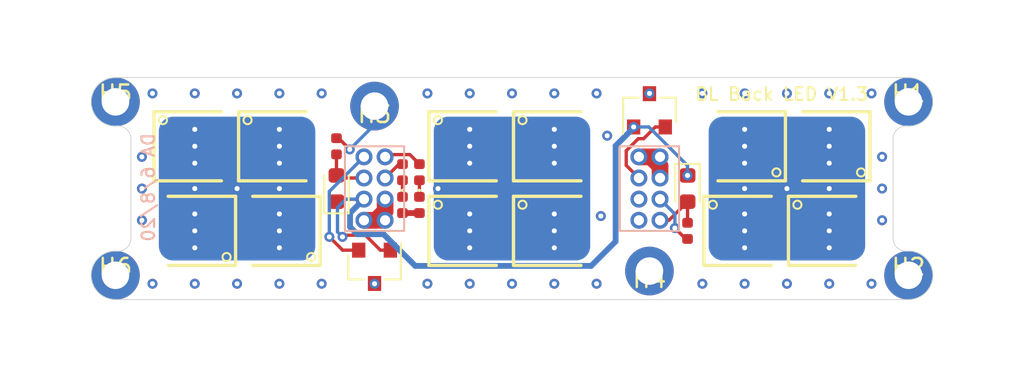
<source format=kicad_pcb>
(kicad_pcb (version 20171130) (host pcbnew "(5.1.4)-1")

  (general
    (thickness 1.6)
    (drawings 16)
    (tracks 156)
    (zones 0)
    (modules 33)
    (nets 26)
  )

  (page A4)
  (layers
    (0 F.Cu signal)
    (31 B.Cu signal)
    (32 B.Adhes user)
    (33 F.Adhes user)
    (34 B.Paste user)
    (35 F.Paste user)
    (36 B.SilkS user)
    (37 F.SilkS user)
    (38 B.Mask user)
    (39 F.Mask user)
    (40 Dwgs.User user)
    (41 Cmts.User user)
    (42 Eco1.User user)
    (43 Eco2.User user)
    (44 Edge.Cuts user)
    (45 Margin user)
    (46 B.CrtYd user)
    (47 F.CrtYd user)
    (48 B.Fab user)
    (49 F.Fab user)
  )

  (setup
    (last_trace_width 0.1524)
    (user_trace_width 0.2)
    (user_trace_width 0.35)
    (user_trace_width 0.5)
    (user_trace_width 0.7)
    (user_trace_width 1)
    (trace_clearance 0.1524)
    (zone_clearance 0.1524)
    (zone_45_only no)
    (trace_min 0.1524)
    (via_size 0.6)
    (via_drill 0.3)
    (via_min_size 0.6)
    (via_min_drill 0.3)
    (uvia_size 0.3)
    (uvia_drill 0.1)
    (uvias_allowed no)
    (uvia_min_size 0.2)
    (uvia_min_drill 0.1)
    (edge_width 0.05)
    (segment_width 0.2)
    (pcb_text_width 0.3)
    (pcb_text_size 1.5 1.5)
    (mod_edge_width 0.12)
    (mod_text_size 1 1)
    (mod_text_width 0.15)
    (pad_size 2.921 2.921)
    (pad_drill 1.651)
    (pad_to_mask_clearance 0.051)
    (solder_mask_min_width 0.25)
    (aux_axis_origin 0 0)
    (visible_elements 7FFFFFFF)
    (pcbplotparams
      (layerselection 0x010fc_ffffffff)
      (usegerberextensions false)
      (usegerberattributes false)
      (usegerberadvancedattributes false)
      (creategerberjobfile false)
      (excludeedgelayer true)
      (linewidth 0.100000)
      (plotframeref false)
      (viasonmask false)
      (mode 1)
      (useauxorigin false)
      (hpglpennumber 1)
      (hpglpenspeed 20)
      (hpglpendiameter 15.000000)
      (psnegative false)
      (psa4output false)
      (plotreference true)
      (plotvalue true)
      (plotinvisibletext false)
      (padsonsilk false)
      (subtractmaskfromsilk false)
      (outputformat 1)
      (mirror false)
      (drillshape 0)
      (scaleselection 1)
      (outputdirectory "SkateLightBackLEDBoard1.3/"))
  )

  (net 0 "")
  (net 1 LightSense1)
  (net 2 LightSense2)
  (net 3 GND)
  (net 4 Temp1)
  (net 5 Temp2)
  (net 6 LED+)
  (net 7 LED_Sign_2)
  (net 8 LED_Sign_1)
  (net 9 "Net-(D1-Pad2)")
  (net 10 LED-)
  (net 11 "Net-(D2-Pad2)")
  (net 12 "Net-(D3-Pad2)")
  (net 13 "Net-(D4-Pad2)")
  (net 14 "Net-(D5-Pad2)")
  (net 15 "Net-(D6-Pad2)")
  (net 16 "Net-(D7-Pad2)")
  (net 17 "Net-(D8-Pad2)")
  (net 18 "Net-(D10-Pad1)")
  (net 19 "Net-(D10-Pad2)")
  (net 20 "Net-(D11-Pad2)")
  (net 21 +3V3)
  (net 22 "Net-(J2-Pad8)")
  (net 23 "Net-(J2-Pad6)")
  (net 24 "Net-(D13-Pad1)")
  (net 25 "Net-(D14-Pad1)")

  (net_class Default "This is the default net class."
    (clearance 0.1524)
    (trace_width 0.1524)
    (via_dia 0.6)
    (via_drill 0.3)
    (uvia_dia 0.3)
    (uvia_drill 0.1)
    (add_net +3V3)
    (add_net GND)
    (add_net LED+)
    (add_net LED-)
    (add_net LED_Sign_1)
    (add_net LED_Sign_2)
    (add_net LightSense1)
    (add_net LightSense2)
    (add_net "Net-(D1-Pad2)")
    (add_net "Net-(D10-Pad1)")
    (add_net "Net-(D10-Pad2)")
    (add_net "Net-(D11-Pad2)")
    (add_net "Net-(D13-Pad1)")
    (add_net "Net-(D14-Pad1)")
    (add_net "Net-(D2-Pad2)")
    (add_net "Net-(D3-Pad2)")
    (add_net "Net-(D4-Pad2)")
    (add_net "Net-(D5-Pad2)")
    (add_net "Net-(D6-Pad2)")
    (add_net "Net-(D7-Pad2)")
    (add_net "Net-(D8-Pad2)")
    (add_net "Net-(J2-Pad6)")
    (add_net "Net-(J2-Pad8)")
    (add_net Temp1)
    (add_net Temp2)
  )

  (module LolomoloKiCADLib:SST-10-DR-B90-G660 (layer F.Cu) (tedit 5F06A227) (tstamp 5F075634)
    (at -19.05 -2.54)
    (descr XLamp)
    (tags LED)
    (path /5F2F21B7)
    (attr smd)
    (fp_text reference D3 (at 0 0 180) (layer F.SilkS) hide
      (effects (font (size 1.27 1.27) (thickness 0.254)))
    )
    (fp_text value LED_PAD (at 0 0 180) (layer F.SilkS) hide
      (effects (font (size 1.27 1.27) (thickness 0.254)))
    )
    (fp_line (start -2.55 -2.175) (end 2.55 -2.175) (layer Dwgs.User) (width 0.05))
    (fp_line (start 2.55 -2.175) (end 2.55 2.175) (layer Dwgs.User) (width 0.05))
    (fp_line (start 2.55 2.175) (end -2.55 2.175) (layer Dwgs.User) (width 0.05))
    (fp_line (start -2.55 2.175) (end -2.55 -2.175) (layer Dwgs.User) (width 0.05))
    (fp_line (start -1.675 -1.675) (end 1.675 -1.675) (layer Dwgs.User) (width 0.1))
    (fp_line (start 1.675 -1.675) (end 1.675 1.675) (layer Dwgs.User) (width 0.1))
    (fp_line (start 1.675 1.675) (end -1.675 1.675) (layer Dwgs.User) (width 0.1))
    (fp_line (start -1.675 1.675) (end -1.675 -1.675) (layer Dwgs.User) (width 0.1))
    (fp_line (start -1.675 -0.558) (end -0.558 -1.675) (layer Dwgs.User) (width 0.1))
    (fp_line (start 1.6 -2.075) (end -2.45 -2.075) (layer F.SilkS) (width 0.2))
    (fp_line (start -2.45 -2.075) (end -2.45 2.075) (layer F.SilkS) (width 0.2))
    (fp_line (start -2.45 2.075) (end 1.6 2.075) (layer F.SilkS) (width 0.2))
    (fp_circle (center -1.91 -1.57) (end -1.71 -1.43) (layer F.SilkS) (width 0.12))
    (pad 1 smd rect (at -1.35 0) (size 0.5 2.7) (layers F.Cu F.Paste F.Mask)
      (net 11 "Net-(D2-Pad2)"))
    (pad 2 smd rect (at 1.35 0) (size 0.5 2.7) (layers F.Cu F.Paste F.Mask)
      (net 12 "Net-(D3-Pad2)"))
    (pad 3 smd rect (at 0 0) (size 1 2.7) (layers F.Cu F.Paste F.Mask)
      (net 3 GND))
  )

  (module Resistor_SMD:R_0402_1005Metric (layer F.Cu) (tedit 5B301BBD) (tstamp 5E013AAA)
    (at 10.541 2.54 270)
    (descr "Resistor SMD 0402 (1005 Metric), square (rectangular) end terminal, IPC_7351 nominal, (Body size source: http://www.tortai-tech.com/upload/download/2011102023233369053.pdf), generated with kicad-footprint-generator")
    (tags resistor)
    (path /5DE8D404)
    (attr smd)
    (fp_text reference R2 (at -0.26416 1.3081 90) (layer F.SilkS) hide
      (effects (font (size 1 1) (thickness 0.15)))
    )
    (fp_text value "10k 5%" (at 0 1.17 90) (layer F.Fab)
      (effects (font (size 1 1) (thickness 0.15)))
    )
    (fp_text user %R (at 0 0 90) (layer F.Fab)
      (effects (font (size 0.25 0.25) (thickness 0.04)))
    )
    (fp_line (start 0.93 0.47) (end -0.93 0.47) (layer F.CrtYd) (width 0.05))
    (fp_line (start 0.93 -0.47) (end 0.93 0.47) (layer F.CrtYd) (width 0.05))
    (fp_line (start -0.93 -0.47) (end 0.93 -0.47) (layer F.CrtYd) (width 0.05))
    (fp_line (start -0.93 0.47) (end -0.93 -0.47) (layer F.CrtYd) (width 0.05))
    (fp_line (start 0.5 0.25) (end -0.5 0.25) (layer F.Fab) (width 0.1))
    (fp_line (start 0.5 -0.25) (end 0.5 0.25) (layer F.Fab) (width 0.1))
    (fp_line (start -0.5 -0.25) (end 0.5 -0.25) (layer F.Fab) (width 0.1))
    (fp_line (start -0.5 0.25) (end -0.5 -0.25) (layer F.Fab) (width 0.1))
    (pad 2 smd roundrect (at 0.485 0 270) (size 0.59 0.64) (layers F.Cu F.Paste F.Mask) (roundrect_rratio 0.25)
      (net 3 GND))
    (pad 1 smd roundrect (at -0.485 0 270) (size 0.59 0.64) (layers F.Cu F.Paste F.Mask) (roundrect_rratio 0.25)
      (net 2 LightSense2))
    (model ${KISYS3DMOD}/Resistor_SMD.3dshapes/R_0402_1005Metric.wrl
      (at (xyz 0 0 0))
      (scale (xyz 1 1 1))
      (rotate (xyz 0 0 0))
    )
  )

  (module Diode_SMD:D_0603_1608Metric (layer F.Cu) (tedit 5B301BBE) (tstamp 5E013A9B)
    (at 10.541 0 270)
    (descr "Diode SMD 0603 (1608 Metric), square (rectangular) end terminal, IPC_7351 nominal, (Body size source: http://www.tortai-tech.com/upload/download/2011102023233369053.pdf), generated with kicad-footprint-generator")
    (tags diode)
    (path /5E086019)
    (attr smd)
    (fp_text reference Q2 (at -2.52222 0.12954 90) (layer F.SilkS) hide
      (effects (font (size 1 1) (thickness 0.15)))
    )
    (fp_text value Q_Photo_NPN (at 0 1.43 90) (layer F.Fab)
      (effects (font (size 1 1) (thickness 0.15)))
    )
    (fp_text user %R (at 0 0 90) (layer F.Fab)
      (effects (font (size 0.4 0.4) (thickness 0.06)))
    )
    (fp_line (start 1.48 0.73) (end -1.48 0.73) (layer F.CrtYd) (width 0.05))
    (fp_line (start 1.48 -0.73) (end 1.48 0.73) (layer F.CrtYd) (width 0.05))
    (fp_line (start -1.48 -0.73) (end 1.48 -0.73) (layer F.CrtYd) (width 0.05))
    (fp_line (start -1.48 0.73) (end -1.48 -0.73) (layer F.CrtYd) (width 0.05))
    (fp_line (start -1.485 0.735) (end 0.8 0.735) (layer F.SilkS) (width 0.12))
    (fp_line (start -1.485 -0.735) (end -1.485 0.735) (layer F.SilkS) (width 0.12))
    (fp_line (start 0.8 -0.735) (end -1.485 -0.735) (layer F.SilkS) (width 0.12))
    (fp_line (start 0.8 0.4) (end 0.8 -0.4) (layer F.Fab) (width 0.1))
    (fp_line (start -0.8 0.4) (end 0.8 0.4) (layer F.Fab) (width 0.1))
    (fp_line (start -0.8 -0.1) (end -0.8 0.4) (layer F.Fab) (width 0.1))
    (fp_line (start -0.5 -0.4) (end -0.8 -0.1) (layer F.Fab) (width 0.1))
    (fp_line (start 0.8 -0.4) (end -0.5 -0.4) (layer F.Fab) (width 0.1))
    (pad 2 smd roundrect (at 0.7875 0 270) (size 0.875 0.95) (layers F.Cu F.Paste F.Mask) (roundrect_rratio 0.25)
      (net 2 LightSense2))
    (pad 1 smd roundrect (at -0.7875 0 270) (size 0.875 0.95) (layers F.Cu F.Paste F.Mask) (roundrect_rratio 0.25)
      (net 21 +3V3))
    (model ${KISYS3DMOD}/Diode_SMD.3dshapes/D_0603_1608Metric.wrl
      (at (xyz 0 0 0))
      (scale (xyz 1 1 1))
      (rotate (xyz 0 0 0))
    )
  )

  (module Package_TO_SOT_SMD:SOT-23 (layer F.Cu) (tedit 5A02FF57) (tstamp 5E006F93)
    (at 8.255 -4.699 90)
    (descr "SOT-23, Standard")
    (tags SOT-23)
    (path /5DCE44AB)
    (attr smd)
    (fp_text reference U2 (at -0.924966 2.361807 90) (layer F.SilkS) hide
      (effects (font (size 1 1) (thickness 0.15)))
    )
    (fp_text value MCP9700AT-E_TT (at 0 2.5 90) (layer F.Fab)
      (effects (font (size 1 1) (thickness 0.15)))
    )
    (fp_line (start 0.76 1.58) (end -0.7 1.58) (layer F.SilkS) (width 0.12))
    (fp_line (start 0.76 -1.58) (end -1.4 -1.58) (layer F.SilkS) (width 0.12))
    (fp_line (start -1.7 1.75) (end -1.7 -1.75) (layer F.CrtYd) (width 0.05))
    (fp_line (start 1.7 1.75) (end -1.7 1.75) (layer F.CrtYd) (width 0.05))
    (fp_line (start 1.7 -1.75) (end 1.7 1.75) (layer F.CrtYd) (width 0.05))
    (fp_line (start -1.7 -1.75) (end 1.7 -1.75) (layer F.CrtYd) (width 0.05))
    (fp_line (start 0.76 -1.58) (end 0.76 -0.65) (layer F.SilkS) (width 0.12))
    (fp_line (start 0.76 1.58) (end 0.76 0.65) (layer F.SilkS) (width 0.12))
    (fp_line (start -0.7 1.52) (end 0.7 1.52) (layer F.Fab) (width 0.1))
    (fp_line (start 0.7 -1.52) (end 0.7 1.52) (layer F.Fab) (width 0.1))
    (fp_line (start -0.7 -0.95) (end -0.15 -1.52) (layer F.Fab) (width 0.1))
    (fp_line (start -0.15 -1.52) (end 0.7 -1.52) (layer F.Fab) (width 0.1))
    (fp_line (start -0.7 -0.95) (end -0.7 1.5) (layer F.Fab) (width 0.1))
    (fp_text user %R (at 0 0) (layer F.Fab)
      (effects (font (size 0.5 0.5) (thickness 0.075)))
    )
    (pad 3 smd rect (at 1 0 90) (size 0.9 0.8) (layers F.Cu F.Paste F.Mask)
      (net 3 GND))
    (pad 2 smd rect (at -1 0.95 90) (size 0.9 0.8) (layers F.Cu F.Paste F.Mask)
      (net 5 Temp2))
    (pad 1 smd rect (at -1 -0.95 90) (size 0.9 0.8) (layers F.Cu F.Paste F.Mask)
      (net 21 +3V3))
    (model ${KISYS3DMOD}/Package_TO_SOT_SMD.3dshapes/SOT-23.wrl
      (at (xyz 0 0 0))
      (scale (xyz 1 1 1))
      (rotate (xyz 0 0 0))
    )
  )

  (module LolomoloKiCADLib:Conn_2x4_0.05in (layer B.Cu) (tedit 5DB23ACC) (tstamp 5DB330C1)
    (at 8.89 -1.905 180)
    (path /5DE8A9BC)
    (fp_text reference J2 (at 0.6604 1.524 180) (layer B.SilkS) hide
      (effects (font (size 1 1) (thickness 0.15)) (justify mirror))
    )
    (fp_text value Conn_02x04_Odd_Even (at 0 0.5 180) (layer B.Fab) hide
      (effects (font (size 1 1) (thickness 0.15)) (justify mirror))
    )
    (fp_line (start -1.143 -4.445) (end -1.143 0.635) (layer B.SilkS) (width 0.12))
    (fp_line (start 2.413 -4.445) (end -1.143 -4.445) (layer B.SilkS) (width 0.12))
    (fp_line (start 2.413 0.635) (end 2.413 -4.445) (layer B.SilkS) (width 0.12))
    (fp_line (start -1.143 0.635) (end 2.413 0.635) (layer B.SilkS) (width 0.12))
    (pad 8 thru_hole circle (at 1.27 -3.81 180) (size 1.016 1.016) (drill 0.6096) (layers *.Cu *.Mask)
      (net 22 "Net-(J2-Pad8)"))
    (pad 7 thru_hole circle (at 0 -3.81 180) (size 1.016 1.016) (drill 0.6096) (layers *.Cu *.Mask)
      (net 2 LightSense2))
    (pad 6 thru_hole circle (at 1.27 -2.54 180) (size 1.016 1.016) (drill 0.6096) (layers *.Cu *.Mask)
      (net 23 "Net-(J2-Pad6)"))
    (pad 5 thru_hole circle (at 0 -2.54 180) (size 1.016 1.016) (drill 0.6096) (layers *.Cu *.Mask)
      (net 3 GND))
    (pad 4 thru_hole circle (at 1.27 -1.27 180) (size 1.016 1.016) (drill 0.6096) (layers *.Cu *.Mask)
      (net 5 Temp2))
    (pad 3 thru_hole circle (at 0 -1.27 180) (size 1.016 1.016) (drill 0.6096) (layers *.Cu *.Mask)
      (net 6 LED+))
    (pad 2 thru_hole circle (at 1.27 0 180) (size 1.016 1.016) (drill 0.6096) (layers *.Cu *.Mask)
      (net 6 LED+))
    (pad 1 thru_hole circle (at 0 0 180) (size 1.016 1.016) (drill 0.6096) (layers *.Cu *.Mask)
      (net 6 LED+))
  )

  (module LolomoloKiCADLib:MH_0-80_Screw_Grounded (layer F.Cu) (tedit 5DB23F78) (tstamp 5DB3D970)
    (at 8.255 4.953)
    (path /5DB3FDBA)
    (fp_text reference H4 (at 0 0.5) (layer F.SilkS)
      (effects (font (size 1 1) (thickness 0.15)))
    )
    (fp_text value MountingHole_Pad (at 0 -0.5) (layer F.Fab)
      (effects (font (size 1 1) (thickness 0.15)))
    )
    (pad 1 thru_hole circle (at 0 0) (size 2.921 2.921) (drill 1.651) (layers *.Cu *.Mask)
      (net 3 GND))
  )

  (module LolomoloKiCADLib:MH_0-80_Screw_Grounded (layer F.Cu) (tedit 5DB23F78) (tstamp 5DB3D961)
    (at -8.255 -4.953)
    (path /5DB3FD93)
    (fp_text reference H3 (at 0 0.5) (layer F.SilkS)
      (effects (font (size 1 1) (thickness 0.15)))
    )
    (fp_text value MountingHole_Pad (at 0 -0.5) (layer F.Fab)
      (effects (font (size 1 1) (thickness 0.15)))
    )
    (pad 1 thru_hole circle (at 0 0) (size 2.921 2.921) (drill 1.651) (layers *.Cu *.Mask)
      (net 3 GND))
  )

  (module LolomoloKiCADLib:Conn_2x4_0.05in (layer B.Cu) (tedit 5DB23ACC) (tstamp 5DB3376C)
    (at -7.62 -1.905 180)
    (path /5DE89DA5)
    (fp_text reference J1 (at 0.6604 1.524) (layer B.SilkS) hide
      (effects (font (size 1 1) (thickness 0.15)) (justify mirror))
    )
    (fp_text value Conn_02x04_Odd_Even (at 0 0.5) (layer B.Fab)
      (effects (font (size 1 1) (thickness 0.15)) (justify mirror))
    )
    (fp_line (start -1.143 -4.445) (end -1.143 0.635) (layer B.SilkS) (width 0.12))
    (fp_line (start 2.413 -4.445) (end -1.143 -4.445) (layer B.SilkS) (width 0.12))
    (fp_line (start 2.413 0.635) (end 2.413 -4.445) (layer B.SilkS) (width 0.12))
    (fp_line (start -1.143 0.635) (end 2.413 0.635) (layer B.SilkS) (width 0.12))
    (pad 8 thru_hole circle (at 1.27 -3.81 180) (size 1.016 1.016) (drill 0.6096) (layers *.Cu *.Mask)
      (net 10 LED-))
    (pad 7 thru_hole circle (at 0 -3.81 180) (size 1.016 1.016) (drill 0.6096) (layers *.Cu *.Mask)
      (net 10 LED-))
    (pad 6 thru_hole circle (at 1.27 -2.54 180) (size 1.016 1.016) (drill 0.6096) (layers *.Cu *.Mask)
      (net 21 +3V3))
    (pad 5 thru_hole circle (at 0 -2.54 180) (size 1.016 1.016) (drill 0.6096) (layers *.Cu *.Mask)
      (net 10 LED-))
    (pad 4 thru_hole circle (at 1.27 -1.27 180) (size 1.016 1.016) (drill 0.6096) (layers *.Cu *.Mask)
      (net 1 LightSense1))
    (pad 3 thru_hole circle (at 0 -1.27 180) (size 1.016 1.016) (drill 0.6096) (layers *.Cu *.Mask)
      (net 7 LED_Sign_2))
    (pad 2 thru_hole circle (at 1.27 0 180) (size 1.016 1.016) (drill 0.6096) (layers *.Cu *.Mask)
      (net 4 Temp1))
    (pad 1 thru_hole circle (at 0 0 180) (size 1.016 1.016) (drill 0.6096) (layers *.Cu *.Mask)
      (net 8 LED_Sign_1))
  )

  (module LolomoloKiCADLib:MH_0-80_Screw_Grounded (layer F.Cu) (tedit 5DB23F78) (tstamp 5DB33092)
    (at 23.8125 -5.207 180)
    (path /5DEAD1D5)
    (fp_text reference H1 (at 0 0.5) (layer F.SilkS)
      (effects (font (size 1 1) (thickness 0.15)))
    )
    (fp_text value MountingHole_Pad (at 0 -0.5) (layer F.Fab)
      (effects (font (size 1 1) (thickness 0.15)))
    )
    (pad 1 thru_hole circle (at 0 0 180) (size 2.921 2.921) (drill 1.651) (layers *.Cu *.Mask)
      (net 3 GND))
  )

  (module LolomoloKiCADLib:MH_0-80_Screw_Grounded (layer F.Cu) (tedit 5DB23F78) (tstamp 5DB33097)
    (at 23.8125 5.207 180)
    (path /5DEB2AF6)
    (fp_text reference H2 (at 0 0.5) (layer F.SilkS)
      (effects (font (size 1 1) (thickness 0.15)))
    )
    (fp_text value MountingHole_Pad (at 0 -0.5) (layer F.Fab)
      (effects (font (size 1 1) (thickness 0.15)))
    )
    (pad 1 thru_hole circle (at 0 0 180) (size 2.921 2.921) (drill 1.651) (layers *.Cu *.Mask)
      (net 3 GND))
  )

  (module LolomoloKiCADLib:MH_0-80_Screw_Grounded (layer F.Cu) (tedit 5DB23F78) (tstamp 5DB3309C)
    (at -23.8125 -5.207 180)
    (path /5DEB13FB)
    (fp_text reference H5 (at 0 0.5) (layer F.SilkS)
      (effects (font (size 1 1) (thickness 0.15)))
    )
    (fp_text value MountingHole_Pad (at 0 -0.5) (layer F.Fab)
      (effects (font (size 1 1) (thickness 0.15)))
    )
    (pad 1 thru_hole circle (at 0 0 180) (size 2.921 2.921) (drill 1.651) (layers *.Cu *.Mask)
      (net 3 GND))
  )

  (module LolomoloKiCADLib:MH_0-80_Screw_Grounded (layer F.Cu) (tedit 5DB23F78) (tstamp 5DB330A1)
    (at -23.8125 5.207 180)
    (path /5DEB431C)
    (fp_text reference H6 (at 0 0.5) (layer F.SilkS)
      (effects (font (size 1 1) (thickness 0.15)))
    )
    (fp_text value MountingHole_Pad (at 0 -0.5) (layer F.Fab)
      (effects (font (size 1 1) (thickness 0.15)))
    )
    (pad 1 thru_hole circle (at 0 0 180) (size 2.921 2.921) (drill 1.651) (layers *.Cu *.Mask)
      (net 3 GND))
  )

  (module Package_TO_SOT_SMD:SOT-23 (layer F.Cu) (tedit 5A02FF57) (tstamp 5DCE7B2B)
    (at -8.255 4.699 270)
    (descr "SOT-23, Standard")
    (tags SOT-23)
    (path /5DCE3E90)
    (attr smd)
    (fp_text reference U1 (at 0 -2.5 90) (layer F.SilkS) hide
      (effects (font (size 1 1) (thickness 0.15)))
    )
    (fp_text value MCP9700AT-E_TT (at 0 2.5 90) (layer F.Fab)
      (effects (font (size 1 1) (thickness 0.15)))
    )
    (fp_line (start 0.76 1.58) (end -0.7 1.58) (layer F.SilkS) (width 0.12))
    (fp_line (start 0.76 -1.58) (end -1.4 -1.58) (layer F.SilkS) (width 0.12))
    (fp_line (start -1.7 1.75) (end -1.7 -1.75) (layer F.CrtYd) (width 0.05))
    (fp_line (start 1.7 1.75) (end -1.7 1.75) (layer F.CrtYd) (width 0.05))
    (fp_line (start 1.7 -1.75) (end 1.7 1.75) (layer F.CrtYd) (width 0.05))
    (fp_line (start -1.7 -1.75) (end 1.7 -1.75) (layer F.CrtYd) (width 0.05))
    (fp_line (start 0.76 -1.58) (end 0.76 -0.65) (layer F.SilkS) (width 0.12))
    (fp_line (start 0.76 1.58) (end 0.76 0.65) (layer F.SilkS) (width 0.12))
    (fp_line (start -0.7 1.52) (end 0.7 1.52) (layer F.Fab) (width 0.1))
    (fp_line (start 0.7 -1.52) (end 0.7 1.52) (layer F.Fab) (width 0.1))
    (fp_line (start -0.7 -0.95) (end -0.15 -1.52) (layer F.Fab) (width 0.1))
    (fp_line (start -0.15 -1.52) (end 0.7 -1.52) (layer F.Fab) (width 0.1))
    (fp_line (start -0.7 -0.95) (end -0.7 1.5) (layer F.Fab) (width 0.1))
    (fp_text user %R (at 0 0) (layer F.Fab)
      (effects (font (size 0.5 0.5) (thickness 0.075)))
    )
    (pad 3 smd rect (at 1 0 270) (size 0.9 0.8) (layers F.Cu F.Paste F.Mask)
      (net 3 GND))
    (pad 2 smd rect (at -1 0.95 270) (size 0.9 0.8) (layers F.Cu F.Paste F.Mask)
      (net 4 Temp1))
    (pad 1 smd rect (at -1 -0.95 270) (size 0.9 0.8) (layers F.Cu F.Paste F.Mask)
      (net 21 +3V3))
    (model ${KISYS3DMOD}/Package_TO_SOT_SMD.3dshapes/SOT-23.wrl
      (at (xyz 0 0 0))
      (scale (xyz 1 1 1))
      (rotate (xyz 0 0 0))
    )
  )

  (module Diode_SMD:D_0402_1005Metric (layer F.Cu) (tedit 5B301BBE) (tstamp 5E013A51)
    (at -5.56066 -0.98356 90)
    (descr "Diode SMD 0402 (1005 Metric), square (rectangular) end terminal, IPC_7351 nominal, (Body size source: http://www.tortai-tech.com/upload/download/2011102023233369053.pdf), generated with kicad-footprint-generator")
    (tags diode)
    (path /5E06AE24)
    (attr smd)
    (fp_text reference D13 (at 1.74752 -0.39116 90) (layer F.SilkS) hide
      (effects (font (size 1 1) (thickness 0.15)))
    )
    (fp_text value LEDR (at 0 1.17 90) (layer F.Fab)
      (effects (font (size 1 1) (thickness 0.15)))
    )
    (fp_text user %R (at 0 0 90) (layer F.Fab)
      (effects (font (size 0.25 0.25) (thickness 0.04)))
    )
    (fp_line (start 0.93 0.47) (end -0.93 0.47) (layer F.CrtYd) (width 0.05))
    (fp_line (start 0.93 -0.47) (end 0.93 0.47) (layer F.CrtYd) (width 0.05))
    (fp_line (start -0.93 -0.47) (end 0.93 -0.47) (layer F.CrtYd) (width 0.05))
    (fp_line (start -0.93 0.47) (end -0.93 -0.47) (layer F.CrtYd) (width 0.05))
    (fp_line (start -0.3 0.25) (end -0.3 -0.25) (layer F.Fab) (width 0.1))
    (fp_line (start -0.4 0.25) (end -0.4 -0.25) (layer F.Fab) (width 0.1))
    (fp_line (start 0.5 0.25) (end -0.5 0.25) (layer F.Fab) (width 0.1))
    (fp_line (start 0.5 -0.25) (end 0.5 0.25) (layer F.Fab) (width 0.1))
    (fp_line (start -0.5 -0.25) (end 0.5 -0.25) (layer F.Fab) (width 0.1))
    (fp_line (start -0.5 0.25) (end -0.5 -0.25) (layer F.Fab) (width 0.1))
    (fp_circle (center -1.09 0) (end -1.04 0) (layer F.SilkS) (width 0.1))
    (pad 2 smd roundrect (at 0.485 0 90) (size 0.59 0.64) (layers F.Cu F.Paste F.Mask) (roundrect_rratio 0.25)
      (net 8 LED_Sign_1))
    (pad 1 smd roundrect (at -0.485 0 90) (size 0.59 0.64) (layers F.Cu F.Paste F.Mask) (roundrect_rratio 0.25)
      (net 24 "Net-(D13-Pad1)"))
    (model ${KISYS3DMOD}/Diode_SMD.3dshapes/D_0402_1005Metric.wrl
      (at (xyz 0 0 0))
      (scale (xyz 1 1 1))
      (rotate (xyz 0 0 0))
    )
  )

  (module Diode_SMD:D_0402_1005Metric (layer F.Cu) (tedit 5B301BBE) (tstamp 5EE1164F)
    (at -6.57666 -0.98356 90)
    (descr "Diode SMD 0402 (1005 Metric), square (rectangular) end terminal, IPC_7351 nominal, (Body size source: http://www.tortai-tech.com/upload/download/2011102023233369053.pdf), generated with kicad-footprint-generator")
    (tags diode)
    (path /5E070808)
    (attr smd)
    (fp_text reference D14 (at 1.84658 0.12954 90) (layer F.SilkS) hide
      (effects (font (size 1 1) (thickness 0.15)))
    )
    (fp_text value LEDG (at 0 1.17 90) (layer F.Fab)
      (effects (font (size 1 1) (thickness 0.15)))
    )
    (fp_text user %R (at 0 0 90) (layer F.Fab)
      (effects (font (size 0.25 0.25) (thickness 0.04)))
    )
    (fp_line (start 0.93 0.47) (end -0.93 0.47) (layer F.CrtYd) (width 0.05))
    (fp_line (start 0.93 -0.47) (end 0.93 0.47) (layer F.CrtYd) (width 0.05))
    (fp_line (start -0.93 -0.47) (end 0.93 -0.47) (layer F.CrtYd) (width 0.05))
    (fp_line (start -0.93 0.47) (end -0.93 -0.47) (layer F.CrtYd) (width 0.05))
    (fp_line (start -0.3 0.25) (end -0.3 -0.25) (layer F.Fab) (width 0.1))
    (fp_line (start -0.4 0.25) (end -0.4 -0.25) (layer F.Fab) (width 0.1))
    (fp_line (start 0.5 0.25) (end -0.5 0.25) (layer F.Fab) (width 0.1))
    (fp_line (start 0.5 -0.25) (end 0.5 0.25) (layer F.Fab) (width 0.1))
    (fp_line (start -0.5 -0.25) (end 0.5 -0.25) (layer F.Fab) (width 0.1))
    (fp_line (start -0.5 0.25) (end -0.5 -0.25) (layer F.Fab) (width 0.1))
    (fp_circle (center -1.09 0) (end -1.04 0) (layer F.SilkS) (width 0.1))
    (pad 2 smd roundrect (at 0.485 0 90) (size 0.59 0.64) (layers F.Cu F.Paste F.Mask) (roundrect_rratio 0.25)
      (net 7 LED_Sign_2))
    (pad 1 smd roundrect (at -0.485 0 90) (size 0.59 0.64) (layers F.Cu F.Paste F.Mask) (roundrect_rratio 0.25)
      (net 25 "Net-(D14-Pad1)"))
    (model ${KISYS3DMOD}/Diode_SMD.3dshapes/D_0402_1005Metric.wrl
      (at (xyz 0 0 0))
      (scale (xyz 1 1 1))
      (rotate (xyz 0 0 0))
    )
  )

  (module Diode_SMD:D_0603_1608Metric (layer F.Cu) (tedit 5B301BBE) (tstamp 5E013A88)
    (at -10.541 0 90)
    (descr "Diode SMD 0603 (1608 Metric), square (rectangular) end terminal, IPC_7351 nominal, (Body size source: http://www.tortai-tech.com/upload/download/2011102023233369053.pdf), generated with kicad-footprint-generator")
    (tags diode)
    (path /5E08ED74)
    (attr smd)
    (fp_text reference Q1 (at -2.63398 0.37084 90) (layer F.SilkS) hide
      (effects (font (size 1 1) (thickness 0.15)))
    )
    (fp_text value Q_Photo_NPN (at 0 1.43 90) (layer F.Fab)
      (effects (font (size 1 1) (thickness 0.15)))
    )
    (fp_text user %R (at 0 0 90) (layer F.Fab)
      (effects (font (size 0.4 0.4) (thickness 0.06)))
    )
    (fp_line (start 1.48 0.73) (end -1.48 0.73) (layer F.CrtYd) (width 0.05))
    (fp_line (start 1.48 -0.73) (end 1.48 0.73) (layer F.CrtYd) (width 0.05))
    (fp_line (start -1.48 -0.73) (end 1.48 -0.73) (layer F.CrtYd) (width 0.05))
    (fp_line (start -1.48 0.73) (end -1.48 -0.73) (layer F.CrtYd) (width 0.05))
    (fp_line (start -1.485 0.735) (end 0.8 0.735) (layer F.SilkS) (width 0.12))
    (fp_line (start -1.485 -0.735) (end -1.485 0.735) (layer F.SilkS) (width 0.12))
    (fp_line (start 0.8 -0.735) (end -1.485 -0.735) (layer F.SilkS) (width 0.12))
    (fp_line (start 0.8 0.4) (end 0.8 -0.4) (layer F.Fab) (width 0.1))
    (fp_line (start -0.8 0.4) (end 0.8 0.4) (layer F.Fab) (width 0.1))
    (fp_line (start -0.8 -0.1) (end -0.8 0.4) (layer F.Fab) (width 0.1))
    (fp_line (start -0.5 -0.4) (end -0.8 -0.1) (layer F.Fab) (width 0.1))
    (fp_line (start 0.8 -0.4) (end -0.5 -0.4) (layer F.Fab) (width 0.1))
    (pad 2 smd roundrect (at 0.7875 0 90) (size 0.875 0.95) (layers F.Cu F.Paste F.Mask) (roundrect_rratio 0.25)
      (net 1 LightSense1))
    (pad 1 smd roundrect (at -0.7875 0 90) (size 0.875 0.95) (layers F.Cu F.Paste F.Mask) (roundrect_rratio 0.25)
      (net 21 +3V3))
    (model ${KISYS3DMOD}/Diode_SMD.3dshapes/D_0603_1608Metric.wrl
      (at (xyz 0 0 0))
      (scale (xyz 1 1 1))
      (rotate (xyz 0 0 0))
    )
  )

  (module Resistor_SMD:R_0402_1005Metric (layer F.Cu) (tedit 5B301BBD) (tstamp 5E013A9C)
    (at -10.541 -2.54 90)
    (descr "Resistor SMD 0402 (1005 Metric), square (rectangular) end terminal, IPC_7351 nominal, (Body size source: http://www.tortai-tech.com/upload/download/2011102023233369053.pdf), generated with kicad-footprint-generator")
    (tags resistor)
    (path /5DE8211B)
    (attr smd)
    (fp_text reference R1 (at 0 -1.17 90) (layer F.SilkS) hide
      (effects (font (size 1 1) (thickness 0.15)))
    )
    (fp_text value "10k 5%" (at 0 1.17 90) (layer F.Fab)
      (effects (font (size 1 1) (thickness 0.15)))
    )
    (fp_text user %R (at 0 0 90) (layer F.Fab)
      (effects (font (size 0.25 0.25) (thickness 0.04)))
    )
    (fp_line (start 0.93 0.47) (end -0.93 0.47) (layer F.CrtYd) (width 0.05))
    (fp_line (start 0.93 -0.47) (end 0.93 0.47) (layer F.CrtYd) (width 0.05))
    (fp_line (start -0.93 -0.47) (end 0.93 -0.47) (layer F.CrtYd) (width 0.05))
    (fp_line (start -0.93 0.47) (end -0.93 -0.47) (layer F.CrtYd) (width 0.05))
    (fp_line (start 0.5 0.25) (end -0.5 0.25) (layer F.Fab) (width 0.1))
    (fp_line (start 0.5 -0.25) (end 0.5 0.25) (layer F.Fab) (width 0.1))
    (fp_line (start -0.5 -0.25) (end 0.5 -0.25) (layer F.Fab) (width 0.1))
    (fp_line (start -0.5 0.25) (end -0.5 -0.25) (layer F.Fab) (width 0.1))
    (pad 2 smd roundrect (at 0.485 0 90) (size 0.59 0.64) (layers F.Cu F.Paste F.Mask) (roundrect_rratio 0.25)
      (net 3 GND))
    (pad 1 smd roundrect (at -0.485 0 90) (size 0.59 0.64) (layers F.Cu F.Paste F.Mask) (roundrect_rratio 0.25)
      (net 1 LightSense1))
    (model ${KISYS3DMOD}/Resistor_SMD.3dshapes/R_0402_1005Metric.wrl
      (at (xyz 0 0 0))
      (scale (xyz 1 1 1))
      (rotate (xyz 0 0 0))
    )
  )

  (module Resistor_SMD:R_0402_1005Metric (layer F.Cu) (tedit 5B301BBD) (tstamp 5EE112BB)
    (at -5.56066 0.98494 270)
    (descr "Resistor SMD 0402 (1005 Metric), square (rectangular) end terminal, IPC_7351 nominal, (Body size source: http://www.tortai-tech.com/upload/download/2011102023233369053.pdf), generated with kicad-footprint-generator")
    (tags resistor)
    (path /5E06AB3A)
    (attr smd)
    (fp_text reference R3 (at 2.4638 -1.01854 90) (layer F.SilkS) hide
      (effects (font (size 1 1) (thickness 0.15)))
    )
    (fp_text value "2k7 5%" (at 0 1.17 90) (layer F.Fab)
      (effects (font (size 1 1) (thickness 0.15)))
    )
    (fp_text user %R (at 0 0 90) (layer F.Fab)
      (effects (font (size 0.25 0.25) (thickness 0.04)))
    )
    (fp_line (start 0.93 0.47) (end -0.93 0.47) (layer F.CrtYd) (width 0.05))
    (fp_line (start 0.93 -0.47) (end 0.93 0.47) (layer F.CrtYd) (width 0.05))
    (fp_line (start -0.93 -0.47) (end 0.93 -0.47) (layer F.CrtYd) (width 0.05))
    (fp_line (start -0.93 0.47) (end -0.93 -0.47) (layer F.CrtYd) (width 0.05))
    (fp_line (start 0.5 0.25) (end -0.5 0.25) (layer F.Fab) (width 0.1))
    (fp_line (start 0.5 -0.25) (end 0.5 0.25) (layer F.Fab) (width 0.1))
    (fp_line (start -0.5 -0.25) (end 0.5 -0.25) (layer F.Fab) (width 0.1))
    (fp_line (start -0.5 0.25) (end -0.5 -0.25) (layer F.Fab) (width 0.1))
    (pad 2 smd roundrect (at 0.485 0 270) (size 0.59 0.64) (layers F.Cu F.Paste F.Mask) (roundrect_rratio 0.25)
      (net 3 GND))
    (pad 1 smd roundrect (at -0.485 0 270) (size 0.59 0.64) (layers F.Cu F.Paste F.Mask) (roundrect_rratio 0.25)
      (net 24 "Net-(D13-Pad1)"))
    (model ${KISYS3DMOD}/Resistor_SMD.3dshapes/R_0402_1005Metric.wrl
      (at (xyz 0 0 0))
      (scale (xyz 1 1 1))
      (rotate (xyz 0 0 0))
    )
  )

  (module Resistor_SMD:R_0402_1005Metric (layer F.Cu) (tedit 5B301BBD) (tstamp 5E013AE4)
    (at -6.57666 0.98494 270)
    (descr "Resistor SMD 0402 (1005 Metric), square (rectangular) end terminal, IPC_7351 nominal, (Body size source: http://www.tortai-tech.com/upload/download/2011102023233369053.pdf), generated with kicad-footprint-generator")
    (tags resistor)
    (path /5E070802)
    (attr smd)
    (fp_text reference R4 (at 1.89484 -0.77216 90) (layer F.SilkS) hide
      (effects (font (size 1 1) (thickness 0.15)))
    )
    (fp_text value "390 5%" (at 0 1.17 90) (layer F.Fab)
      (effects (font (size 1 1) (thickness 0.15)))
    )
    (fp_text user %R (at 0 0 90) (layer F.Fab)
      (effects (font (size 0.25 0.25) (thickness 0.04)))
    )
    (fp_line (start 0.93 0.47) (end -0.93 0.47) (layer F.CrtYd) (width 0.05))
    (fp_line (start 0.93 -0.47) (end 0.93 0.47) (layer F.CrtYd) (width 0.05))
    (fp_line (start -0.93 -0.47) (end 0.93 -0.47) (layer F.CrtYd) (width 0.05))
    (fp_line (start -0.93 0.47) (end -0.93 -0.47) (layer F.CrtYd) (width 0.05))
    (fp_line (start 0.5 0.25) (end -0.5 0.25) (layer F.Fab) (width 0.1))
    (fp_line (start 0.5 -0.25) (end 0.5 0.25) (layer F.Fab) (width 0.1))
    (fp_line (start -0.5 -0.25) (end 0.5 -0.25) (layer F.Fab) (width 0.1))
    (fp_line (start -0.5 0.25) (end -0.5 -0.25) (layer F.Fab) (width 0.1))
    (pad 2 smd roundrect (at 0.485 0 270) (size 0.59 0.64) (layers F.Cu F.Paste F.Mask) (roundrect_rratio 0.25)
      (net 3 GND))
    (pad 1 smd roundrect (at -0.485 0 270) (size 0.59 0.64) (layers F.Cu F.Paste F.Mask) (roundrect_rratio 0.25)
      (net 25 "Net-(D14-Pad1)"))
    (model ${KISYS3DMOD}/Resistor_SMD.3dshapes/R_0402_1005Metric.wrl
      (at (xyz 0 0 0))
      (scale (xyz 1 1 1))
      (rotate (xyz 0 0 0))
    )
  )

  (module LolomoloKiCADLib:BomLightBackLEDHeatsink (layer B.Cu) (tedit 5EE06AF0) (tstamp 5EE12D75)
    (at -16.51 0)
    (path /5EE8BEEE)
    (fp_text reference HS1 (at 0 -0.5) (layer B.SilkS) hide
      (effects (font (size 1 1) (thickness 0.15)) (justify mirror))
    )
    (fp_text value Heatsink_Pad (at 0 0.5) (layer B.Fab)
      (effects (font (size 1 1) (thickness 0.15)) (justify mirror))
    )
    (pad 1 smd roundrect (at 0 0) (size 9.398 8.636) (layers B.Cu B.Paste B.Mask) (roundrect_rratio 0.1)
      (net 3 GND))
  )

  (module LolomoloKiCADLib:BomLightBackLEDHeatsink (layer B.Cu) (tedit 5EE06AF0) (tstamp 5EE12D7A)
    (at 0 0)
    (path /5EE8C581)
    (fp_text reference HS2 (at 0 -0.5) (layer B.SilkS) hide
      (effects (font (size 1 1) (thickness 0.15)) (justify mirror))
    )
    (fp_text value Heatsink_Pad (at 0 0.5) (layer B.Fab)
      (effects (font (size 1 1) (thickness 0.15)) (justify mirror))
    )
    (pad 1 smd roundrect (at 0 0) (size 9.398 8.636) (layers B.Cu B.Paste B.Mask) (roundrect_rratio 0.1)
      (net 3 GND))
  )

  (module LolomoloKiCADLib:BomLightBackLEDHeatsink (layer B.Cu) (tedit 5EE06AF0) (tstamp 5EE12D7F)
    (at 16.51 0)
    (path /5EE8C847)
    (fp_text reference HS3 (at 0 -0.5) (layer B.SilkS) hide
      (effects (font (size 1 1) (thickness 0.15)) (justify mirror))
    )
    (fp_text value Heatsink_Pad (at 0 0.5) (layer B.Fab)
      (effects (font (size 1 1) (thickness 0.15)) (justify mirror))
    )
    (pad 1 smd roundrect (at 0 0) (size 9.398 8.636) (layers B.Cu B.Paste B.Mask) (roundrect_rratio 0.1)
      (net 3 GND))
  )

  (module LolomoloKiCADLib:SST-10-DR-B90-G660 (layer F.Cu) (tedit 5F06A227) (tstamp 5F07560C)
    (at -13.97 2.54 180)
    (descr XLamp)
    (tags LED)
    (path /5F2EF4CD)
    (attr smd)
    (fp_text reference D1 (at 0 0 180) (layer F.SilkS) hide
      (effects (font (size 1.27 1.27) (thickness 0.254)))
    )
    (fp_text value LED_PAD (at 0 0 180) (layer F.SilkS) hide
      (effects (font (size 1.27 1.27) (thickness 0.254)))
    )
    (fp_circle (center -1.91 -1.57) (end -1.71 -1.43) (layer F.SilkS) (width 0.12))
    (fp_line (start -2.45 2.075) (end 1.6 2.075) (layer F.SilkS) (width 0.2))
    (fp_line (start -2.45 -2.075) (end -2.45 2.075) (layer F.SilkS) (width 0.2))
    (fp_line (start 1.6 -2.075) (end -2.45 -2.075) (layer F.SilkS) (width 0.2))
    (fp_line (start -1.675 -0.558) (end -0.558 -1.675) (layer Dwgs.User) (width 0.1))
    (fp_line (start -1.675 1.675) (end -1.675 -1.675) (layer Dwgs.User) (width 0.1))
    (fp_line (start 1.675 1.675) (end -1.675 1.675) (layer Dwgs.User) (width 0.1))
    (fp_line (start 1.675 -1.675) (end 1.675 1.675) (layer Dwgs.User) (width 0.1))
    (fp_line (start -1.675 -1.675) (end 1.675 -1.675) (layer Dwgs.User) (width 0.1))
    (fp_line (start -2.55 2.175) (end -2.55 -2.175) (layer Dwgs.User) (width 0.05))
    (fp_line (start 2.55 2.175) (end -2.55 2.175) (layer Dwgs.User) (width 0.05))
    (fp_line (start 2.55 -2.175) (end 2.55 2.175) (layer Dwgs.User) (width 0.05))
    (fp_line (start -2.55 -2.175) (end 2.55 -2.175) (layer Dwgs.User) (width 0.05))
    (pad 3 smd rect (at 0 0 180) (size 1 2.7) (layers F.Cu F.Paste F.Mask)
      (net 3 GND))
    (pad 2 smd rect (at 1.35 0 180) (size 0.5 2.7) (layers F.Cu F.Paste F.Mask)
      (net 9 "Net-(D1-Pad2)"))
    (pad 1 smd rect (at -1.35 0 180) (size 0.5 2.7) (layers F.Cu F.Paste F.Mask)
      (net 10 LED-))
  )

  (module LolomoloKiCADLib:SST-10-DR-B90-G660 (layer F.Cu) (tedit 5F06A227) (tstamp 5F075620)
    (at -19.05 2.54 180)
    (descr XLamp)
    (tags LED)
    (path /5F2F0B4D)
    (attr smd)
    (fp_text reference D2 (at 0 0 180) (layer F.SilkS) hide
      (effects (font (size 1.27 1.27) (thickness 0.254)))
    )
    (fp_text value LED_PAD (at 0 0 180) (layer F.SilkS) hide
      (effects (font (size 1.27 1.27) (thickness 0.254)))
    )
    (fp_line (start -2.55 -2.175) (end 2.55 -2.175) (layer Dwgs.User) (width 0.05))
    (fp_line (start 2.55 -2.175) (end 2.55 2.175) (layer Dwgs.User) (width 0.05))
    (fp_line (start 2.55 2.175) (end -2.55 2.175) (layer Dwgs.User) (width 0.05))
    (fp_line (start -2.55 2.175) (end -2.55 -2.175) (layer Dwgs.User) (width 0.05))
    (fp_line (start -1.675 -1.675) (end 1.675 -1.675) (layer Dwgs.User) (width 0.1))
    (fp_line (start 1.675 -1.675) (end 1.675 1.675) (layer Dwgs.User) (width 0.1))
    (fp_line (start 1.675 1.675) (end -1.675 1.675) (layer Dwgs.User) (width 0.1))
    (fp_line (start -1.675 1.675) (end -1.675 -1.675) (layer Dwgs.User) (width 0.1))
    (fp_line (start -1.675 -0.558) (end -0.558 -1.675) (layer Dwgs.User) (width 0.1))
    (fp_line (start 1.6 -2.075) (end -2.45 -2.075) (layer F.SilkS) (width 0.2))
    (fp_line (start -2.45 -2.075) (end -2.45 2.075) (layer F.SilkS) (width 0.2))
    (fp_line (start -2.45 2.075) (end 1.6 2.075) (layer F.SilkS) (width 0.2))
    (fp_circle (center -1.91 -1.57) (end -1.71 -1.43) (layer F.SilkS) (width 0.12))
    (pad 1 smd rect (at -1.35 0 180) (size 0.5 2.7) (layers F.Cu F.Paste F.Mask)
      (net 9 "Net-(D1-Pad2)"))
    (pad 2 smd rect (at 1.35 0 180) (size 0.5 2.7) (layers F.Cu F.Paste F.Mask)
      (net 11 "Net-(D2-Pad2)"))
    (pad 3 smd rect (at 0 0 180) (size 1 2.7) (layers F.Cu F.Paste F.Mask)
      (net 3 GND))
  )

  (module LolomoloKiCADLib:SST-10-DR-B90-G660 (layer F.Cu) (tedit 5F06A227) (tstamp 5F075648)
    (at -13.97 -2.54)
    (descr XLamp)
    (tags LED)
    (path /5F2F27C5)
    (attr smd)
    (fp_text reference D4 (at 0 0 180) (layer F.SilkS) hide
      (effects (font (size 1.27 1.27) (thickness 0.254)))
    )
    (fp_text value LED_PAD (at 0 0 180) (layer F.SilkS) hide
      (effects (font (size 1.27 1.27) (thickness 0.254)))
    )
    (fp_circle (center -1.91 -1.57) (end -1.71 -1.43) (layer F.SilkS) (width 0.12))
    (fp_line (start -2.45 2.075) (end 1.6 2.075) (layer F.SilkS) (width 0.2))
    (fp_line (start -2.45 -2.075) (end -2.45 2.075) (layer F.SilkS) (width 0.2))
    (fp_line (start 1.6 -2.075) (end -2.45 -2.075) (layer F.SilkS) (width 0.2))
    (fp_line (start -1.675 -0.558) (end -0.558 -1.675) (layer Dwgs.User) (width 0.1))
    (fp_line (start -1.675 1.675) (end -1.675 -1.675) (layer Dwgs.User) (width 0.1))
    (fp_line (start 1.675 1.675) (end -1.675 1.675) (layer Dwgs.User) (width 0.1))
    (fp_line (start 1.675 -1.675) (end 1.675 1.675) (layer Dwgs.User) (width 0.1))
    (fp_line (start -1.675 -1.675) (end 1.675 -1.675) (layer Dwgs.User) (width 0.1))
    (fp_line (start -2.55 2.175) (end -2.55 -2.175) (layer Dwgs.User) (width 0.05))
    (fp_line (start 2.55 2.175) (end -2.55 2.175) (layer Dwgs.User) (width 0.05))
    (fp_line (start 2.55 -2.175) (end 2.55 2.175) (layer Dwgs.User) (width 0.05))
    (fp_line (start -2.55 -2.175) (end 2.55 -2.175) (layer Dwgs.User) (width 0.05))
    (pad 3 smd rect (at 0 0) (size 1 2.7) (layers F.Cu F.Paste F.Mask)
      (net 3 GND))
    (pad 2 smd rect (at 1.35 0) (size 0.5 2.7) (layers F.Cu F.Paste F.Mask)
      (net 13 "Net-(D4-Pad2)"))
    (pad 1 smd rect (at -1.35 0) (size 0.5 2.7) (layers F.Cu F.Paste F.Mask)
      (net 12 "Net-(D3-Pad2)"))
  )

  (module LolomoloKiCADLib:SST-10-DR-B90-G660 (layer F.Cu) (tedit 5F06A227) (tstamp 5F07565C)
    (at -2.54 -2.54)
    (descr XLamp)
    (tags LED)
    (path /5F2F2EA6)
    (attr smd)
    (fp_text reference D5 (at 0 0 180) (layer F.SilkS) hide
      (effects (font (size 1.27 1.27) (thickness 0.254)))
    )
    (fp_text value LED_PAD (at 0 0 180) (layer F.SilkS) hide
      (effects (font (size 1.27 1.27) (thickness 0.254)))
    )
    (fp_circle (center -1.91 -1.57) (end -1.71 -1.43) (layer F.SilkS) (width 0.12))
    (fp_line (start -2.45 2.075) (end 1.6 2.075) (layer F.SilkS) (width 0.2))
    (fp_line (start -2.45 -2.075) (end -2.45 2.075) (layer F.SilkS) (width 0.2))
    (fp_line (start 1.6 -2.075) (end -2.45 -2.075) (layer F.SilkS) (width 0.2))
    (fp_line (start -1.675 -0.558) (end -0.558 -1.675) (layer Dwgs.User) (width 0.1))
    (fp_line (start -1.675 1.675) (end -1.675 -1.675) (layer Dwgs.User) (width 0.1))
    (fp_line (start 1.675 1.675) (end -1.675 1.675) (layer Dwgs.User) (width 0.1))
    (fp_line (start 1.675 -1.675) (end 1.675 1.675) (layer Dwgs.User) (width 0.1))
    (fp_line (start -1.675 -1.675) (end 1.675 -1.675) (layer Dwgs.User) (width 0.1))
    (fp_line (start -2.55 2.175) (end -2.55 -2.175) (layer Dwgs.User) (width 0.05))
    (fp_line (start 2.55 2.175) (end -2.55 2.175) (layer Dwgs.User) (width 0.05))
    (fp_line (start 2.55 -2.175) (end 2.55 2.175) (layer Dwgs.User) (width 0.05))
    (fp_line (start -2.55 -2.175) (end 2.55 -2.175) (layer Dwgs.User) (width 0.05))
    (pad 3 smd rect (at 0 0) (size 1 2.7) (layers F.Cu F.Paste F.Mask)
      (net 3 GND))
    (pad 2 smd rect (at 1.35 0) (size 0.5 2.7) (layers F.Cu F.Paste F.Mask)
      (net 14 "Net-(D5-Pad2)"))
    (pad 1 smd rect (at -1.35 0) (size 0.5 2.7) (layers F.Cu F.Paste F.Mask)
      (net 13 "Net-(D4-Pad2)"))
  )

  (module LolomoloKiCADLib:SST-10-DR-B90-G660 (layer F.Cu) (tedit 5F06A227) (tstamp 5F075670)
    (at 2.54 -2.54)
    (descr XLamp)
    (tags LED)
    (path /5F2F345C)
    (attr smd)
    (fp_text reference D6 (at 0 0 180) (layer F.SilkS) hide
      (effects (font (size 1.27 1.27) (thickness 0.254)))
    )
    (fp_text value LED_PAD (at 0 0 180) (layer F.SilkS) hide
      (effects (font (size 1.27 1.27) (thickness 0.254)))
    )
    (fp_line (start -2.55 -2.175) (end 2.55 -2.175) (layer Dwgs.User) (width 0.05))
    (fp_line (start 2.55 -2.175) (end 2.55 2.175) (layer Dwgs.User) (width 0.05))
    (fp_line (start 2.55 2.175) (end -2.55 2.175) (layer Dwgs.User) (width 0.05))
    (fp_line (start -2.55 2.175) (end -2.55 -2.175) (layer Dwgs.User) (width 0.05))
    (fp_line (start -1.675 -1.675) (end 1.675 -1.675) (layer Dwgs.User) (width 0.1))
    (fp_line (start 1.675 -1.675) (end 1.675 1.675) (layer Dwgs.User) (width 0.1))
    (fp_line (start 1.675 1.675) (end -1.675 1.675) (layer Dwgs.User) (width 0.1))
    (fp_line (start -1.675 1.675) (end -1.675 -1.675) (layer Dwgs.User) (width 0.1))
    (fp_line (start -1.675 -0.558) (end -0.558 -1.675) (layer Dwgs.User) (width 0.1))
    (fp_line (start 1.6 -2.075) (end -2.45 -2.075) (layer F.SilkS) (width 0.2))
    (fp_line (start -2.45 -2.075) (end -2.45 2.075) (layer F.SilkS) (width 0.2))
    (fp_line (start -2.45 2.075) (end 1.6 2.075) (layer F.SilkS) (width 0.2))
    (fp_circle (center -1.91 -1.57) (end -1.71 -1.43) (layer F.SilkS) (width 0.12))
    (pad 1 smd rect (at -1.35 0) (size 0.5 2.7) (layers F.Cu F.Paste F.Mask)
      (net 14 "Net-(D5-Pad2)"))
    (pad 2 smd rect (at 1.35 0) (size 0.5 2.7) (layers F.Cu F.Paste F.Mask)
      (net 15 "Net-(D6-Pad2)"))
    (pad 3 smd rect (at 0 0) (size 1 2.7) (layers F.Cu F.Paste F.Mask)
      (net 3 GND))
  )

  (module LolomoloKiCADLib:SST-10-DR-B90-G660 (layer F.Cu) (tedit 5F06A227) (tstamp 5F075684)
    (at -2.54 2.54)
    (descr XLamp)
    (tags LED)
    (path /5F2F3B3F)
    (attr smd)
    (fp_text reference D7 (at 0 0 180) (layer F.SilkS) hide
      (effects (font (size 1.27 1.27) (thickness 0.254)))
    )
    (fp_text value LED_PAD (at 0 0 180) (layer F.SilkS) hide
      (effects (font (size 1.27 1.27) (thickness 0.254)))
    )
    (fp_circle (center -1.91 -1.57) (end -1.71 -1.43) (layer F.SilkS) (width 0.12))
    (fp_line (start -2.45 2.075) (end 1.6 2.075) (layer F.SilkS) (width 0.2))
    (fp_line (start -2.45 -2.075) (end -2.45 2.075) (layer F.SilkS) (width 0.2))
    (fp_line (start 1.6 -2.075) (end -2.45 -2.075) (layer F.SilkS) (width 0.2))
    (fp_line (start -1.675 -0.558) (end -0.558 -1.675) (layer Dwgs.User) (width 0.1))
    (fp_line (start -1.675 1.675) (end -1.675 -1.675) (layer Dwgs.User) (width 0.1))
    (fp_line (start 1.675 1.675) (end -1.675 1.675) (layer Dwgs.User) (width 0.1))
    (fp_line (start 1.675 -1.675) (end 1.675 1.675) (layer Dwgs.User) (width 0.1))
    (fp_line (start -1.675 -1.675) (end 1.675 -1.675) (layer Dwgs.User) (width 0.1))
    (fp_line (start -2.55 2.175) (end -2.55 -2.175) (layer Dwgs.User) (width 0.05))
    (fp_line (start 2.55 2.175) (end -2.55 2.175) (layer Dwgs.User) (width 0.05))
    (fp_line (start 2.55 -2.175) (end 2.55 2.175) (layer Dwgs.User) (width 0.05))
    (fp_line (start -2.55 -2.175) (end 2.55 -2.175) (layer Dwgs.User) (width 0.05))
    (pad 3 smd rect (at 0 0) (size 1 2.7) (layers F.Cu F.Paste F.Mask)
      (net 3 GND))
    (pad 2 smd rect (at 1.35 0) (size 0.5 2.7) (layers F.Cu F.Paste F.Mask)
      (net 16 "Net-(D7-Pad2)"))
    (pad 1 smd rect (at -1.35 0) (size 0.5 2.7) (layers F.Cu F.Paste F.Mask)
      (net 15 "Net-(D6-Pad2)"))
  )

  (module LolomoloKiCADLib:SST-10-DR-B90-G660 (layer F.Cu) (tedit 5F06A227) (tstamp 5F075698)
    (at 2.54 2.54)
    (descr XLamp)
    (tags LED)
    (path /5F2F4089)
    (attr smd)
    (fp_text reference D8 (at 0 0 180) (layer F.SilkS) hide
      (effects (font (size 1.27 1.27) (thickness 0.254)))
    )
    (fp_text value LED_PAD (at 0 0 180) (layer F.SilkS) hide
      (effects (font (size 1.27 1.27) (thickness 0.254)))
    )
    (fp_circle (center -1.91 -1.57) (end -1.71 -1.43) (layer F.SilkS) (width 0.12))
    (fp_line (start -2.45 2.075) (end 1.6 2.075) (layer F.SilkS) (width 0.2))
    (fp_line (start -2.45 -2.075) (end -2.45 2.075) (layer F.SilkS) (width 0.2))
    (fp_line (start 1.6 -2.075) (end -2.45 -2.075) (layer F.SilkS) (width 0.2))
    (fp_line (start -1.675 -0.558) (end -0.558 -1.675) (layer Dwgs.User) (width 0.1))
    (fp_line (start -1.675 1.675) (end -1.675 -1.675) (layer Dwgs.User) (width 0.1))
    (fp_line (start 1.675 1.675) (end -1.675 1.675) (layer Dwgs.User) (width 0.1))
    (fp_line (start 1.675 -1.675) (end 1.675 1.675) (layer Dwgs.User) (width 0.1))
    (fp_line (start -1.675 -1.675) (end 1.675 -1.675) (layer Dwgs.User) (width 0.1))
    (fp_line (start -2.55 2.175) (end -2.55 -2.175) (layer Dwgs.User) (width 0.05))
    (fp_line (start 2.55 2.175) (end -2.55 2.175) (layer Dwgs.User) (width 0.05))
    (fp_line (start 2.55 -2.175) (end 2.55 2.175) (layer Dwgs.User) (width 0.05))
    (fp_line (start -2.55 -2.175) (end 2.55 -2.175) (layer Dwgs.User) (width 0.05))
    (pad 3 smd rect (at 0 0) (size 1 2.7) (layers F.Cu F.Paste F.Mask)
      (net 3 GND))
    (pad 2 smd rect (at 1.35 0) (size 0.5 2.7) (layers F.Cu F.Paste F.Mask)
      (net 17 "Net-(D8-Pad2)"))
    (pad 1 smd rect (at -1.35 0) (size 0.5 2.7) (layers F.Cu F.Paste F.Mask)
      (net 16 "Net-(D7-Pad2)"))
  )

  (module LolomoloKiCADLib:SST-10-DR-B90-G660 (layer F.Cu) (tedit 5F06A227) (tstamp 5F0759CF)
    (at 13.97 2.54)
    (descr XLamp)
    (tags LED)
    (path /5F2F4697)
    (attr smd)
    (fp_text reference D9 (at 0 0 180) (layer F.SilkS) hide
      (effects (font (size 1.27 1.27) (thickness 0.254)))
    )
    (fp_text value LED_PAD (at 0 0 180) (layer F.SilkS) hide
      (effects (font (size 1.27 1.27) (thickness 0.254)))
    )
    (fp_line (start -2.55 -2.175) (end 2.55 -2.175) (layer Dwgs.User) (width 0.05))
    (fp_line (start 2.55 -2.175) (end 2.55 2.175) (layer Dwgs.User) (width 0.05))
    (fp_line (start 2.55 2.175) (end -2.55 2.175) (layer Dwgs.User) (width 0.05))
    (fp_line (start -2.55 2.175) (end -2.55 -2.175) (layer Dwgs.User) (width 0.05))
    (fp_line (start -1.675 -1.675) (end 1.675 -1.675) (layer Dwgs.User) (width 0.1))
    (fp_line (start 1.675 -1.675) (end 1.675 1.675) (layer Dwgs.User) (width 0.1))
    (fp_line (start 1.675 1.675) (end -1.675 1.675) (layer Dwgs.User) (width 0.1))
    (fp_line (start -1.675 1.675) (end -1.675 -1.675) (layer Dwgs.User) (width 0.1))
    (fp_line (start -1.675 -0.558) (end -0.558 -1.675) (layer Dwgs.User) (width 0.1))
    (fp_line (start 1.6 -2.075) (end -2.45 -2.075) (layer F.SilkS) (width 0.2))
    (fp_line (start -2.45 -2.075) (end -2.45 2.075) (layer F.SilkS) (width 0.2))
    (fp_line (start -2.45 2.075) (end 1.6 2.075) (layer F.SilkS) (width 0.2))
    (fp_circle (center -1.91 -1.57) (end -1.71 -1.43) (layer F.SilkS) (width 0.12))
    (pad 1 smd rect (at -1.35 0) (size 0.5 2.7) (layers F.Cu F.Paste F.Mask)
      (net 17 "Net-(D8-Pad2)"))
    (pad 2 smd rect (at 1.35 0) (size 0.5 2.7) (layers F.Cu F.Paste F.Mask)
      (net 18 "Net-(D10-Pad1)"))
    (pad 3 smd rect (at 0 0) (size 1 2.7) (layers F.Cu F.Paste F.Mask)
      (net 3 GND))
  )

  (module LolomoloKiCADLib:SST-10-DR-B90-G660 (layer F.Cu) (tedit 5F06A227) (tstamp 5F0756C0)
    (at 19.05 2.54)
    (descr XLamp)
    (tags LED)
    (path /5F2F4BBB)
    (attr smd)
    (fp_text reference D10 (at 0 0 180) (layer F.SilkS) hide
      (effects (font (size 1.27 1.27) (thickness 0.254)))
    )
    (fp_text value LED_PAD (at 0 0 180) (layer F.SilkS) hide
      (effects (font (size 1.27 1.27) (thickness 0.254)))
    )
    (fp_line (start -2.55 -2.175) (end 2.55 -2.175) (layer Dwgs.User) (width 0.05))
    (fp_line (start 2.55 -2.175) (end 2.55 2.175) (layer Dwgs.User) (width 0.05))
    (fp_line (start 2.55 2.175) (end -2.55 2.175) (layer Dwgs.User) (width 0.05))
    (fp_line (start -2.55 2.175) (end -2.55 -2.175) (layer Dwgs.User) (width 0.05))
    (fp_line (start -1.675 -1.675) (end 1.675 -1.675) (layer Dwgs.User) (width 0.1))
    (fp_line (start 1.675 -1.675) (end 1.675 1.675) (layer Dwgs.User) (width 0.1))
    (fp_line (start 1.675 1.675) (end -1.675 1.675) (layer Dwgs.User) (width 0.1))
    (fp_line (start -1.675 1.675) (end -1.675 -1.675) (layer Dwgs.User) (width 0.1))
    (fp_line (start -1.675 -0.558) (end -0.558 -1.675) (layer Dwgs.User) (width 0.1))
    (fp_line (start 1.6 -2.075) (end -2.45 -2.075) (layer F.SilkS) (width 0.2))
    (fp_line (start -2.45 -2.075) (end -2.45 2.075) (layer F.SilkS) (width 0.2))
    (fp_line (start -2.45 2.075) (end 1.6 2.075) (layer F.SilkS) (width 0.2))
    (fp_circle (center -1.91 -1.57) (end -1.71 -1.43) (layer F.SilkS) (width 0.12))
    (pad 1 smd rect (at -1.35 0) (size 0.5 2.7) (layers F.Cu F.Paste F.Mask)
      (net 18 "Net-(D10-Pad1)"))
    (pad 2 smd rect (at 1.35 0) (size 0.5 2.7) (layers F.Cu F.Paste F.Mask)
      (net 19 "Net-(D10-Pad2)"))
    (pad 3 smd rect (at 0 0) (size 1 2.7) (layers F.Cu F.Paste F.Mask)
      (net 3 GND))
  )

  (module LolomoloKiCADLib:SST-10-DR-B90-G660 (layer F.Cu) (tedit 5F06A227) (tstamp 5F0756D4)
    (at 19.05 -2.54 180)
    (descr XLamp)
    (tags LED)
    (path /5F2F52C5)
    (attr smd)
    (fp_text reference D11 (at 0 0 180) (layer F.SilkS) hide
      (effects (font (size 1.27 1.27) (thickness 0.254)))
    )
    (fp_text value LED_PAD (at 0 0 180) (layer F.SilkS) hide
      (effects (font (size 1.27 1.27) (thickness 0.254)))
    )
    (fp_circle (center -1.91 -1.57) (end -1.71 -1.43) (layer F.SilkS) (width 0.12))
    (fp_line (start -2.45 2.075) (end 1.6 2.075) (layer F.SilkS) (width 0.2))
    (fp_line (start -2.45 -2.075) (end -2.45 2.075) (layer F.SilkS) (width 0.2))
    (fp_line (start 1.6 -2.075) (end -2.45 -2.075) (layer F.SilkS) (width 0.2))
    (fp_line (start -1.675 -0.558) (end -0.558 -1.675) (layer Dwgs.User) (width 0.1))
    (fp_line (start -1.675 1.675) (end -1.675 -1.675) (layer Dwgs.User) (width 0.1))
    (fp_line (start 1.675 1.675) (end -1.675 1.675) (layer Dwgs.User) (width 0.1))
    (fp_line (start 1.675 -1.675) (end 1.675 1.675) (layer Dwgs.User) (width 0.1))
    (fp_line (start -1.675 -1.675) (end 1.675 -1.675) (layer Dwgs.User) (width 0.1))
    (fp_line (start -2.55 2.175) (end -2.55 -2.175) (layer Dwgs.User) (width 0.05))
    (fp_line (start 2.55 2.175) (end -2.55 2.175) (layer Dwgs.User) (width 0.05))
    (fp_line (start 2.55 -2.175) (end 2.55 2.175) (layer Dwgs.User) (width 0.05))
    (fp_line (start -2.55 -2.175) (end 2.55 -2.175) (layer Dwgs.User) (width 0.05))
    (pad 3 smd rect (at 0 0 180) (size 1 2.7) (layers F.Cu F.Paste F.Mask)
      (net 3 GND))
    (pad 2 smd rect (at 1.35 0 180) (size 0.5 2.7) (layers F.Cu F.Paste F.Mask)
      (net 20 "Net-(D11-Pad2)"))
    (pad 1 smd rect (at -1.35 0 180) (size 0.5 2.7) (layers F.Cu F.Paste F.Mask)
      (net 19 "Net-(D10-Pad2)"))
  )

  (module LolomoloKiCADLib:SST-10-DR-B90-G660 (layer F.Cu) (tedit 5F06A227) (tstamp 5F0756E8)
    (at 13.97 -2.54 180)
    (descr XLamp)
    (tags LED)
    (path /5F2F5949)
    (attr smd)
    (fp_text reference D12 (at 0 0 180) (layer F.SilkS) hide
      (effects (font (size 1.27 1.27) (thickness 0.254)))
    )
    (fp_text value LED_PAD (at 0 0 180) (layer F.SilkS) hide
      (effects (font (size 1.27 1.27) (thickness 0.254)))
    )
    (fp_line (start -2.55 -2.175) (end 2.55 -2.175) (layer Dwgs.User) (width 0.05))
    (fp_line (start 2.55 -2.175) (end 2.55 2.175) (layer Dwgs.User) (width 0.05))
    (fp_line (start 2.55 2.175) (end -2.55 2.175) (layer Dwgs.User) (width 0.05))
    (fp_line (start -2.55 2.175) (end -2.55 -2.175) (layer Dwgs.User) (width 0.05))
    (fp_line (start -1.675 -1.675) (end 1.675 -1.675) (layer Dwgs.User) (width 0.1))
    (fp_line (start 1.675 -1.675) (end 1.675 1.675) (layer Dwgs.User) (width 0.1))
    (fp_line (start 1.675 1.675) (end -1.675 1.675) (layer Dwgs.User) (width 0.1))
    (fp_line (start -1.675 1.675) (end -1.675 -1.675) (layer Dwgs.User) (width 0.1))
    (fp_line (start -1.675 -0.558) (end -0.558 -1.675) (layer Dwgs.User) (width 0.1))
    (fp_line (start 1.6 -2.075) (end -2.45 -2.075) (layer F.SilkS) (width 0.2))
    (fp_line (start -2.45 -2.075) (end -2.45 2.075) (layer F.SilkS) (width 0.2))
    (fp_line (start -2.45 2.075) (end 1.6 2.075) (layer F.SilkS) (width 0.2))
    (fp_circle (center -1.91 -1.57) (end -1.71 -1.43) (layer F.SilkS) (width 0.12))
    (pad 1 smd rect (at -1.35 0 180) (size 0.5 2.7) (layers F.Cu F.Paste F.Mask)
      (net 20 "Net-(D11-Pad2)"))
    (pad 2 smd rect (at 1.35 0 180) (size 0.5 2.7) (layers F.Cu F.Paste F.Mask)
      (net 6 LED+))
    (pad 3 smd rect (at 0 0 180) (size 1 2.7) (layers F.Cu F.Paste F.Mask)
      (net 3 GND))
  )

  (gr_text "DA 6/8/20\n" (at -21.84 -0.07 90) (layer B.SilkS) (tstamp 5EDF22B8)
    (effects (font (size 0.762 0.762) (thickness 0.127)) (justify mirror))
  )
  (gr_text "BL Back LED V1.3" (at 16.2 -5.67) (layer F.SilkS) (tstamp 5DCE892C)
    (effects (font (size 0.762 0.762) (thickness 0.127)))
  )
  (gr_arc (start -23.648924 -2.990596) (end -22.886924 -2.990342) (angle -94.2) (layer Edge.Cuts) (width 0.0508) (tstamp 5DB23F0D))
  (gr_line (start -22.886924 -2.990596) (end -22.886924 0) (layer Edge.Cuts) (width 0.0508) (tstamp 5DB23F0A))
  (gr_arc (start 23.648924 -2.990596) (end 22.886924 -2.990342) (angle 94.2) (layer Edge.Cuts) (width 0.0508) (tstamp 5DB23F07))
  (gr_line (start 22.886924 -2.990596) (end 22.886924 0) (layer Edge.Cuts) (width 0.0508) (tstamp 5DB23F04))
  (gr_arc (start 23.8125 -5.207) (end 23.705058 -3.750564) (angle -184.2) (layer Edge.Cuts) (width 0.0508) (tstamp 5DB23F01))
  (gr_arc (start -23.8125 -5.207) (end -23.705058 -3.750564) (angle 184.2) (layer Edge.Cuts) (width 0.0508) (tstamp 5DB23EFE))
  (gr_line (start -23.8125 -6.6675) (end 23.8125 -6.6675) (layer Edge.Cuts) (width 0.0508) (tstamp 5DB23EFB))
  (gr_arc (start -23.648924 2.990596) (end -22.886924 2.990342) (angle 94.2) (layer Edge.Cuts) (width 0.0508) (tstamp 5DB23EEA))
  (gr_line (start -22.886924 2.990596) (end -22.886924 0) (layer Edge.Cuts) (width 0.0508) (tstamp 5DB23EE9))
  (gr_arc (start -23.8125 5.207) (end -23.705058 3.750564) (angle -184.2) (layer Edge.Cuts) (width 0.0508) (tstamp 5DB23EE8))
  (gr_line (start 22.886924 2.990596) (end 22.886924 0) (layer Edge.Cuts) (width 0.0508) (tstamp 5DB23EE3))
  (gr_arc (start 23.648924 2.990596) (end 22.886924 2.990342) (angle -94.2) (layer Edge.Cuts) (width 0.0508) (tstamp 5DB23EE0))
  (gr_arc (start 23.8125 5.207) (end 23.705058 3.750564) (angle 184.2) (layer Edge.Cuts) (width 0.0508) (tstamp 5DB23EE6))
  (gr_line (start 23.8125 6.6675) (end -23.8125 6.6675) (layer Edge.Cuts) (width 0.0508))

  (segment (start -8.89 -0.635) (end -10.3885 -0.635) (width 0.2) (layer F.Cu) (net 1) (status 30))
  (segment (start -10.3885 -0.635) (end -10.541 -0.7875) (width 0.2) (layer F.Cu) (net 1) (status 30))
  (segment (start -10.541 -0.7875) (end -10.541 -2.055) (width 0.2) (layer F.Cu) (net 1) (status 30))
  (segment (start 10.541 1.469) (end 10.541 2.055) (width 0.2) (layer F.Cu) (net 2) (status 20))
  (segment (start 10.541 0.7875) (end 10.541 1.469) (width 0.2) (layer F.Cu) (net 2) (status 10))
  (segment (start 9.4235 1.905) (end 8.89 1.905) (width 0.2) (layer F.Cu) (net 2))
  (segment (start 10.541 0.7875) (end 9.4235 1.905) (width 0.2) (layer F.Cu) (net 2))
  (via (at -8.255 5.715) (size 0.6) (drill 0.3) (layers F.Cu B.Cu) (net 3) (status 30))
  (via (at 8.255 -5.715) (size 0.6) (drill 0.3) (layers F.Cu B.Cu) (net 3) (status 30))
  (segment (start 23.8125 -5.207) (end 22.994099 -6.025401) (width 0.5) (layer F.Cu) (net 3) (status 30))
  (segment (start 9.0425 0.7875) (end 8.89 0.635) (width 0.2) (layer F.Cu) (net 3) (status 30))
  (via (at -19.05 -5.715) (size 0.6) (drill 0.3) (layers F.Cu B.Cu) (net 3))
  (via (at -19.05 5.715) (size 0.6) (drill 0.3) (layers F.Cu B.Cu) (net 3))
  (via (at -13.97 5.715) (size 0.6) (drill 0.3) (layers F.Cu B.Cu) (net 3))
  (via (at -2.54 5.715) (size 0.6) (drill 0.3) (layers F.Cu B.Cu) (net 3))
  (via (at 2.54 5.715) (size 0.6) (drill 0.3) (layers F.Cu B.Cu) (net 3))
  (via (at -2.54 -5.715) (size 0.6) (drill 0.3) (layers F.Cu B.Cu) (net 3))
  (via (at 2.54 -5.715) (size 0.6) (drill 0.3) (layers F.Cu B.Cu) (net 3))
  (via (at 13.97 -5.715) (size 0.6) (drill 0.3) (layers F.Cu B.Cu) (net 3))
  (via (at 19.05 -5.715) (size 0.6) (drill 0.3) (layers F.Cu B.Cu) (net 3))
  (via (at 19.05 5.715) (size 0.6) (drill 0.3) (layers F.Cu B.Cu) (net 3))
  (via (at 13.97 5.715) (size 0.6) (drill 0.3) (layers F.Cu B.Cu) (net 3))
  (via (at -13.97 -5.715) (size 0.6) (drill 0.3) (layers F.Cu B.Cu) (net 3))
  (via (at -19.05 0) (size 0.6) (drill 0.3) (layers F.Cu B.Cu) (net 3))
  (via (at -13.97 0) (size 0.6) (drill 0.3) (layers F.Cu B.Cu) (net 3))
  (via (at 13.97 0) (size 0.6) (drill 0.3) (layers F.Cu B.Cu) (net 3))
  (via (at 19.05 0) (size 0.6) (drill 0.3) (layers F.Cu B.Cu) (net 3))
  (via (at 22.225 0) (size 0.6) (drill 0.3) (layers F.Cu B.Cu) (net 3))
  (via (at -22.225 0) (size 0.6) (drill 0.3) (layers F.Cu B.Cu) (net 3))
  (via (at 16.51 -5.715) (size 0.6) (drill 0.3) (layers F.Cu B.Cu) (net 3))
  (via (at 11.43 -5.715) (size 0.6) (drill 0.3) (layers F.Cu B.Cu) (net 3))
  (via (at 5.08 -5.715) (size 0.6) (drill 0.3) (layers F.Cu B.Cu) (net 3))
  (via (at 0 -5.715) (size 0.6) (drill 0.3) (layers F.Cu B.Cu) (net 3))
  (via (at -5.08 -5.715) (size 0.6) (drill 0.3) (layers F.Cu B.Cu) (net 3))
  (via (at -11.43 -5.715) (size 0.6) (drill 0.3) (layers F.Cu B.Cu) (net 3))
  (via (at -16.51 -5.715) (size 0.6) (drill 0.3) (layers F.Cu B.Cu) (net 3))
  (via (at -21.59 -5.715) (size 0.6) (drill 0.3) (layers F.Cu B.Cu) (net 3))
  (via (at -21.59 5.715) (size 0.6) (drill 0.3) (layers F.Cu B.Cu) (net 3))
  (via (at -16.51 5.715) (size 0.6) (drill 0.3) (layers F.Cu B.Cu) (net 3))
  (via (at -11.43 5.715) (size 0.6) (drill 0.3) (layers F.Cu B.Cu) (net 3))
  (via (at 0 5.715) (size 0.6) (drill 0.3) (layers F.Cu B.Cu) (net 3))
  (via (at 5.08 5.715) (size 0.6) (drill 0.3) (layers F.Cu B.Cu) (net 3))
  (via (at 11.43 5.715) (size 0.6) (drill 0.3) (layers F.Cu B.Cu) (net 3))
  (via (at 16.51 5.715) (size 0.6) (drill 0.3) (layers F.Cu B.Cu) (net 3))
  (via (at 21.59 5.715) (size 0.6) (drill 0.3) (layers F.Cu B.Cu) (net 3))
  (via (at 21.59 -5.715) (size 0.6) (drill 0.3) (layers F.Cu B.Cu) (net 3))
  (via (at -13.97 3.556) (size 0.6) (drill 0.3) (layers F.Cu B.Cu) (net 3))
  (via (at -13.97 1.524) (size 0.6) (drill 0.3) (layers F.Cu B.Cu) (net 3))
  (via (at -19.05 3.556) (size 0.6) (drill 0.3) (layers F.Cu B.Cu) (net 3))
  (via (at -19.05 1.524) (size 0.6) (drill 0.3) (layers F.Cu B.Cu) (net 3))
  (via (at -19.05 -3.556) (size 0.6) (drill 0.3) (layers F.Cu B.Cu) (net 3))
  (via (at -19.05 -1.524) (size 0.6) (drill 0.3) (layers F.Cu B.Cu) (net 3))
  (via (at -13.97 -3.556) (size 0.6) (drill 0.3) (layers F.Cu B.Cu) (net 3))
  (via (at -13.97 -1.524) (size 0.6) (drill 0.3) (layers F.Cu B.Cu) (net 3))
  (via (at -16.51 0) (size 0.6) (drill 0.3) (layers F.Cu B.Cu) (net 3))
  (via (at -22.225 -1.905) (size 0.6) (drill 0.3) (layers F.Cu B.Cu) (net 3))
  (via (at -22.225 1.905) (size 0.6) (drill 0.3) (layers F.Cu B.Cu) (net 3))
  (via (at -2.54 -3.556) (size 0.6) (drill 0.3) (layers F.Cu B.Cu) (net 3))
  (via (at -2.54 -1.524) (size 0.6) (drill 0.3) (layers F.Cu B.Cu) (net 3))
  (via (at -2.54 3.556) (size 0.6) (drill 0.3) (layers F.Cu B.Cu) (net 3))
  (via (at -2.54 1.524) (size 0.6) (drill 0.3) (layers F.Cu B.Cu) (net 3))
  (via (at 2.54 3.556) (size 0.6) (drill 0.3) (layers F.Cu B.Cu) (net 3))
  (via (at 2.54 1.524) (size 0.6) (drill 0.3) (layers F.Cu B.Cu) (net 3))
  (via (at 2.54 -1.524) (size 0.6) (drill 0.3) (layers F.Cu B.Cu) (net 3))
  (via (at 2.54 -3.556) (size 0.6) (drill 0.3) (layers F.Cu B.Cu) (net 3))
  (via (at 5.715 -3.175) (size 0.6) (drill 0.3) (layers F.Cu B.Cu) (net 3))
  (via (at 13.97 -3.556) (size 0.6) (drill 0.3) (layers F.Cu B.Cu) (net 3))
  (via (at 13.97 -1.524) (size 0.6) (drill 0.3) (layers F.Cu B.Cu) (net 3))
  (via (at 13.97 1.524) (size 0.6) (drill 0.3) (layers F.Cu B.Cu) (net 3))
  (via (at 13.97 3.556) (size 0.6) (drill 0.3) (layers F.Cu B.Cu) (net 3))
  (via (at 19.05 3.556) (size 0.6) (drill 0.3) (layers F.Cu B.Cu) (net 3))
  (via (at 19.05 1.524) (size 0.6) (drill 0.3) (layers F.Cu B.Cu) (net 3))
  (via (at 16.51 0) (size 0.6) (drill 0.3) (layers F.Cu B.Cu) (net 3))
  (via (at 19.05 -1.524) (size 0.6) (drill 0.3) (layers F.Cu B.Cu) (net 3))
  (via (at 19.05 -3.556) (size 0.6) (drill 0.3) (layers F.Cu B.Cu) (net 3))
  (via (at 22.225 -1.905) (size 0.6) (drill 0.3) (layers F.Cu B.Cu) (net 3))
  (via (at 22.225 1.905) (size 0.6) (drill 0.3) (layers F.Cu B.Cu) (net 3))
  (via (at -4.445 0) (size 0.6) (drill 0.3) (layers F.Cu B.Cu) (net 3))
  (via (at 5.334 1.651) (size 0.6) (drill 0.3) (layers F.Cu B.Cu) (net 3))
  (via (at 9.78154 2.37236) (size 0.6) (drill 0.3) (layers F.Cu B.Cu) (net 3))
  (segment (start 10.43418 3.025) (end 9.78154 2.37236) (width 0.2) (layer F.Cu) (net 3))
  (segment (start 10.541 3.025) (end 10.43418 3.025) (width 0.2) (layer F.Cu) (net 3))
  (segment (start 9.78154 1.52654) (end 8.89 0.635) (width 0.2) (layer B.Cu) (net 3))
  (segment (start 9.78154 2.37236) (end 9.78154 1.52654) (width 0.2) (layer B.Cu) (net 3))
  (via (at -9.74344 -2.35204) (size 0.6) (drill 0.3) (layers F.Cu B.Cu) (net 3))
  (segment (start -10.4164 -3.025) (end -9.74344 -2.35204) (width 0.2) (layer F.Cu) (net 3))
  (segment (start -10.541 -3.025) (end -10.4164 -3.025) (width 0.2) (layer F.Cu) (net 3))
  (segment (start -8.255 -3.84048) (end -8.255 -4.953) (width 0.2) (layer B.Cu) (net 3))
  (segment (start -9.74344 -2.35204) (end -8.255 -3.84048) (width 0.2) (layer B.Cu) (net 3))
  (via (at -19.05 -2.54) (size 0.6) (drill 0.3) (layers F.Cu B.Cu) (net 3) (tstamp 5F0765CF))
  (via (at -13.97 -2.54) (size 0.6) (drill 0.3) (layers F.Cu B.Cu) (net 3) (tstamp 5F0766CC))
  (via (at -19.05 2.54) (size 0.6) (drill 0.3) (layers F.Cu B.Cu) (net 3) (tstamp 5F076745))
  (via (at -13.97 2.54) (size 0.6) (drill 0.3) (layers F.Cu B.Cu) (net 3) (tstamp 5F0767BE))
  (via (at -2.54 2.54) (size 0.6) (drill 0.3) (layers F.Cu B.Cu) (net 3) (tstamp 5F076826))
  (via (at 2.54 2.54) (size 0.6) (drill 0.3) (layers F.Cu B.Cu) (net 3) (tstamp 5F076878))
  (via (at -2.54 -2.54) (size 0.6) (drill 0.3) (layers F.Cu B.Cu) (net 3) (tstamp 5F0768B6))
  (via (at 2.54 -2.54) (size 0.6) (drill 0.3) (layers F.Cu B.Cu) (net 3) (tstamp 5F076930))
  (segment (start -6.57666 1.46994) (end -5.56066 1.46994) (width 0.35) (layer F.Cu) (net 3))
  (via (at -5.08 5.715) (size 0.6) (drill 0.3) (layers F.Cu B.Cu) (net 3) (tstamp 5F077199))
  (via (at 13.97 -2.54) (size 0.6) (drill 0.3) (layers F.Cu B.Cu) (net 3) (tstamp 5F07721A))
  (via (at 19.05 -2.54) (size 0.6) (drill 0.3) (layers F.Cu B.Cu) (net 3) (tstamp 5F077294))
  (via (at 13.97 2.54) (size 0.6) (drill 0.3) (layers F.Cu B.Cu) (net 3) (tstamp 5F0772AB))
  (via (at 19.05 2.54) (size 0.6) (drill 0.3) (layers F.Cu B.Cu) (net 3) (tstamp 5F0772FD))
  (segment (start -9.205 3.699) (end -10.171 3.699) (width 0.2) (layer F.Cu) (net 4) (status 10))
  (segment (start -10.171 3.699) (end -10.97 2.9) (width 0.2) (layer F.Cu) (net 4))
  (via (at -10.97 2.9) (size 0.6) (drill 0.3) (layers F.Cu B.Cu) (net 4))
  (segment (start -10.97 0.175) (end -9.397999 -1.397001) (width 0.2) (layer B.Cu) (net 4))
  (segment (start -9.397999 -1.397001) (end -8.89 -1.905) (width 0.2) (layer B.Cu) (net 4))
  (segment (start -10.97 2.9) (end -10.97 0.175) (width 0.2) (layer B.Cu) (net 4))
  (segment (start 8.605 -3.699) (end 9.205 -3.699) (width 0.2) (layer F.Cu) (net 5) (status 20))
  (segment (start 7.902599 -2.996599) (end 8.605 -3.699) (width 0.2) (layer F.Cu) (net 5))
  (segment (start 7.586205 -2.996599) (end 7.902599 -2.996599) (width 0.2) (layer F.Cu) (net 5))
  (segment (start 6.859599 -2.269993) (end 7.586205 -2.996599) (width 0.2) (layer F.Cu) (net 5))
  (segment (start 6.859599 -1.395401) (end 6.859599 -2.269993) (width 0.2) (layer F.Cu) (net 5))
  (segment (start 7.62 -0.635) (end 6.859599 -1.395401) (width 0.2) (layer F.Cu) (net 5) (status 10))
  (segment (start 8.89 -1.35342) (end 8.89 -0.635) (width 1) (layer F.Cu) (net 6) (status 20))
  (segment (start 8.33842 -1.905) (end 8.89 -1.35342) (width 1) (layer F.Cu) (net 6))
  (segment (start 7.62 -1.905) (end 8.33842 -1.905) (width 1) (layer F.Cu) (net 6) (status 10))
  (segment (start 7.62 -1.905) (end 8.89 -1.905) (width 1) (layer F.Cu) (net 6) (status 30))
  (segment (start -6.78644 -1.46856) (end -7.62 -0.635) (width 0.2) (layer F.Cu) (net 7) (status 30))
  (segment (start -6.57666 -1.46856) (end -6.78644 -1.46856) (width 0.2) (layer F.Cu) (net 7) (status 30))
  (segment (start -7.62 -1.905) (end -7.485 -2.04) (width 0.2) (layer F.Cu) (net 8) (status 30))
  (segment (start -6.1321 -2.04) (end -5.56066 -1.46856) (width 0.2) (layer F.Cu) (net 8) (status 20))
  (segment (start -7.485 -2.04) (end -6.1321 -2.04) (width 0.2) (layer F.Cu) (net 8) (status 10))
  (segment (start -8.89 1.905) (end -7.62 1.905) (width 1) (layer F.Cu) (net 10) (status 30))
  (segment (start -8.17158 1.905) (end -8.89 1.905) (width 1) (layer F.Cu) (net 10) (status 20))
  (segment (start -7.62 1.35342) (end -8.17158 1.905) (width 1) (layer F.Cu) (net 10))
  (segment (start -7.62 0.635) (end -7.62 1.35342) (width 1) (layer F.Cu) (net 10) (status 10))
  (segment (start -9.975 0.635) (end -8.89 0.635) (width 0.2) (layer B.Cu) (net 21) (status 20))
  (segment (start -7.905 3.699) (end -8.804 2.8) (width 0.2) (layer F.Cu) (net 21))
  (segment (start -8.804 2.8) (end -10.08 2.8) (width 0.2) (layer F.Cu) (net 21))
  (segment (start -10.479999 2.600001) (end -10.479999 1.139999) (width 0.2) (layer B.Cu) (net 21))
  (segment (start -10.18 2.9) (end -10.479999 2.600001) (width 0.2) (layer B.Cu) (net 21))
  (segment (start -10.479999 1.139999) (end -9.975 0.635) (width 0.2) (layer B.Cu) (net 21))
  (segment (start -10.08 2.8) (end -10.18 2.9) (width 0.2) (layer F.Cu) (net 21))
  (segment (start -7.305 3.699) (end -7.905 3.699) (width 0.2) (layer F.Cu) (net 21) (status 10))
  (via (at -10.18 2.9) (size 0.6) (drill 0.3) (layers F.Cu B.Cu) (net 21))
  (segment (start -10.3885 0.635) (end -10.541 0.7875) (width 0.2) (layer F.Cu) (net 21))
  (segment (start -8.89 0.635) (end -10.3885 0.635) (width 0.2) (layer F.Cu) (net 21))
  (segment (start 10.541 -1.379394) (end 10.541 -0.7875) (width 0.2) (layer B.Cu) (net 21))
  (segment (start 7.305 -3.699) (end 8.221394 -3.699) (width 0.2) (layer B.Cu) (net 21))
  (segment (start 8.221394 -3.699) (end 10.541 -1.379394) (width 0.2) (layer B.Cu) (net 21))
  (via (at 10.541 -0.7875) (size 0.6) (drill 0.3) (layers F.Cu B.Cu) (net 21))
  (via (at 7.305 -3.699) (size 0.6) (drill 0.3) (layers F.Cu B.Cu) (net 21))
  (segment (start 7.305 -3.649) (end 7.305 -3.699) (width 0.35) (layer B.Cu) (net 21))
  (segment (start 6.223 -2.567) (end 7.305 -3.649) (width 0.35) (layer B.Cu) (net 21))
  (segment (start 6.223 3.175) (end 6.223 -2.567) (width 0.35) (layer B.Cu) (net 21))
  (segment (start 4.75259 4.64541) (end 6.223 3.175) (width 0.35) (layer B.Cu) (net 21))
  (segment (start -8.89 0.635) (end -9.725401 1.470401) (width 0.35) (layer B.Cu) (net 21))
  (segment (start -9.725401 1.470401) (end -9.725401 2.305993) (width 0.35) (layer B.Cu) (net 21))
  (segment (start -7.713153 2.740401) (end -5.808144 4.64541) (width 0.35) (layer B.Cu) (net 21))
  (segment (start -9.725401 2.305993) (end -9.290993 2.740401) (width 0.35) (layer B.Cu) (net 21))
  (segment (start -9.290993 2.740401) (end -7.713153 2.740401) (width 0.35) (layer B.Cu) (net 21))
  (segment (start -5.808144 4.64541) (end 4.75259 4.64541) (width 0.35) (layer B.Cu) (net 21))
  (segment (start -5.56066 -0.49856) (end -5.56066 0.49994) (width 0.2) (layer F.Cu) (net 24) (status 30))
  (segment (start -6.57666 -0.49856) (end -6.57666 0.49994) (width 0.2) (layer F.Cu) (net 25) (status 30))

  (zone (net 3) (net_name GND) (layer F.Cu) (tstamp 5EE1246B) (hatch edge 0.508)
    (connect_pads yes (clearance 0.1524))
    (min_thickness 0.1524)
    (fill (arc_segments 32) (thermal_gap 0.254) (thermal_bridge_width 0.508))
    (polygon
      (pts
        (xy 25.4 7.62) (xy -25.4 7.62) (xy -25.4 -7.62) (xy 25.4 -7.62)
      )
    )
  )
  (zone (net 3) (net_name GND) (layer B.Cu) (tstamp 5EE12468) (hatch edge 0.508)
    (connect_pads yes (clearance 0.1524))
    (min_thickness 0.1524)
    (fill (arc_segments 32) (thermal_gap 0.254) (thermal_bridge_width 0.508))
    (polygon
      (pts
        (xy 25.39238 7.609264) (xy -25.40762 7.609264) (xy -25.40762 -7.630736) (xy 25.39238 -7.630736)
      )
    )
  )
  (zone (net 13) (net_name "Net-(D4-Pad2)") (layer F.Cu) (tstamp 5EE12465) (hatch edge 0.508)
    (priority 1)
    (connect_pads yes (clearance 0.1524))
    (min_thickness 0.254)
    (fill (arc_segments 32) (thermal_gap 0.508) (thermal_bridge_width 0.508))
    (polygon
      (pts
        (xy -12.954 -4.318) (xy -3.556 -4.318) (xy -3.57886 -1.1176) (xy -12.97686 -1.1176)
      )
    )
  )
  (zone (net 17) (net_name "Net-(D8-Pad2)") (layer F.Cu) (tstamp 5EE12462) (hatch edge 0.508)
    (priority 1)
    (connect_pads yes (clearance 0.1524))
    (min_thickness 0.254)
    (fill (arc_segments 32) (thermal_gap 0.508) (thermal_bridge_width 0.508))
    (polygon
      (pts
        (xy 3.556 2.286) (xy 12.954 2.286) (xy 12.954 4.318) (xy 3.556 4.318)
      )
    )
  )
  (zone (net 11) (net_name "Net-(D2-Pad2)") (layer F.Cu) (tstamp 0) (hatch edge 0.508)
    (priority 1)
    (connect_pads yes (clearance 0.1524))
    (min_thickness 0.254)
    (fill (arc_segments 32) (thermal_gap 0.508) (thermal_bridge_width 0.508))
    (polygon
      (pts
        (xy -20.066 -4.064) (xy -20.066 4.064) (xy -21.336 4.064) (xy -21.336 -4.064)
      )
    )
  )
  (zone (net 19) (net_name "Net-(D10-Pad2)") (layer F.Cu) (tstamp 5F076EE0) (hatch edge 0.508)
    (priority 1)
    (connect_pads yes (clearance 0.1524))
    (min_thickness 0.254)
    (fill (arc_segments 32) (thermal_gap 0.508) (thermal_bridge_width 0.508))
    (polygon
      (pts
        (xy 21.336 -4.064) (xy 21.336 4.064) (xy 20.066 4.064) (xy 20.066 -4.064)
      )
    )
  )
  (zone (net 12) (net_name "Net-(D3-Pad2)") (layer F.Cu) (tstamp 0) (hatch edge 0.508)
    (priority 1)
    (connect_pads yes (clearance 0.1524))
    (min_thickness 0.254)
    (fill (arc_segments 32) (thermal_gap 0.508) (thermal_bridge_width 0.508))
    (polygon
      (pts
        (xy -18.034 -4.064) (xy -14.986 -4.064) (xy -14.986 -1.016) (xy -18.034 -1.016)
      )
    )
  )
  (zone (net 9) (net_name "Net-(D1-Pad2)") (layer F.Cu) (tstamp 5F076F77) (hatch edge 0.508)
    (priority 1)
    (connect_pads yes (clearance 0.1524))
    (min_thickness 0.254)
    (fill (arc_segments 32) (thermal_gap 0.508) (thermal_bridge_width 0.508))
    (polygon
      (pts
        (xy -18.034 1.016) (xy -14.986 1.016) (xy -14.986 4.064) (xy -18.034 4.064)
      )
    )
  )
  (zone (net 10) (net_name LED-) (layer F.Cu) (tstamp 0) (hatch edge 0.508)
    (priority 1)
    (connect_pads yes (clearance 0.1524))
    (min_thickness 0.254)
    (fill (arc_segments 32) (thermal_gap 0.508) (thermal_bridge_width 0.508))
    (polygon
      (pts
        (xy -12.954 1.016) (xy -8.636 1.016) (xy -7.62 0) (xy -5.588 2.032) (xy -5.588 4.318)
        (xy -6.35 5.08) (xy -12.192 5.08) (xy -12.954 4.318)
      )
    )
  )
  (zone (net 14) (net_name "Net-(D5-Pad2)") (layer F.Cu) (tstamp 0) (hatch edge 0.508)
    (priority 1)
    (connect_pads yes (clearance 0.1524))
    (min_thickness 0.254)
    (fill (arc_segments 32) (thermal_gap 0.508) (thermal_bridge_width 0.508))
    (polygon
      (pts
        (xy -1.524 -4.064) (xy -1.524 -1.016) (xy 1.524 -1.016) (xy 1.524 -4.064)
      )
    )
  )
  (zone (net 16) (net_name "Net-(D7-Pad2)") (layer F.Cu) (tstamp 0) (hatch edge 0.508)
    (priority 1)
    (connect_pads yes (clearance 0.1524))
    (min_thickness 0.254)
    (fill (arc_segments 32) (thermal_gap 0.508) (thermal_bridge_width 0.508))
    (polygon
      (pts
        (xy -1.524 4.064) (xy 1.524 4.064) (xy 1.524 1.016) (xy -1.524 1.016)
      )
    )
  )
  (zone (net 15) (net_name "Net-(D6-Pad2)") (layer F.Cu) (tstamp 0) (hatch edge 0.508)
    (priority 2)
    (connect_pads yes (clearance 0.1524))
    (min_thickness 0.254)
    (fill (arc_segments 32) (thermal_gap 0.508) (thermal_bridge_width 0.508))
    (polygon
      (pts
        (xy -3.302 4.064) (xy -4.572 4.064) (xy -4.572 0.762) (xy -2.794 -1.016) (xy 3.048 -1.016)
        (xy 3.302 -1.27) (xy 3.302 -4.064) (xy 4.572 -4.064) (xy 4.572 -0.508) (xy 3.048 1.016)
        (xy -2.794 1.016) (xy -3.302 1.524)
      )
    )
  )
  (zone (net 6) (net_name LED+) (layer F.Cu) (tstamp 0) (hatch edge 0.508)
    (priority 1)
    (connect_pads yes (clearance 0.1524))
    (min_thickness 0.254)
    (fill (arc_segments 32) (thermal_gap 0.508) (thermal_bridge_width 0.508))
    (polygon
      (pts
        (xy 8.89 0) (xy 7.112 -1.778) (xy 7.112 -2.286) (xy 9.144 -4.318) (xy 13.208 -4.318)
        (xy 13.208 -1.016) (xy 9.906 -1.016)
      )
    )
  )
  (zone (net 18) (net_name "Net-(D10-Pad1)") (layer F.Cu) (tstamp 0) (hatch edge 0.508)
    (priority 1)
    (connect_pads yes (clearance 0.1524))
    (min_thickness 0.254)
    (fill (arc_segments 32) (thermal_gap 0.508) (thermal_bridge_width 0.508))
    (polygon
      (pts
        (xy 14.986 1.016) (xy 14.986 4.064) (xy 18.034 4.064) (xy 18.034 1.016)
      )
    )
  )
  (zone (net 20) (net_name "Net-(D11-Pad2)") (layer F.Cu) (tstamp 0) (hatch edge 0.508)
    (priority 1)
    (connect_pads yes (clearance 0.1524))
    (min_thickness 0.254)
    (fill (arc_segments 32) (thermal_gap 0.508) (thermal_bridge_width 0.508))
    (polygon
      (pts
        (xy 14.986 -4.064) (xy 18.034 -4.064) (xy 18.034 -1.016) (xy 14.986 -1.016)
      )
    )
  )
)

</source>
